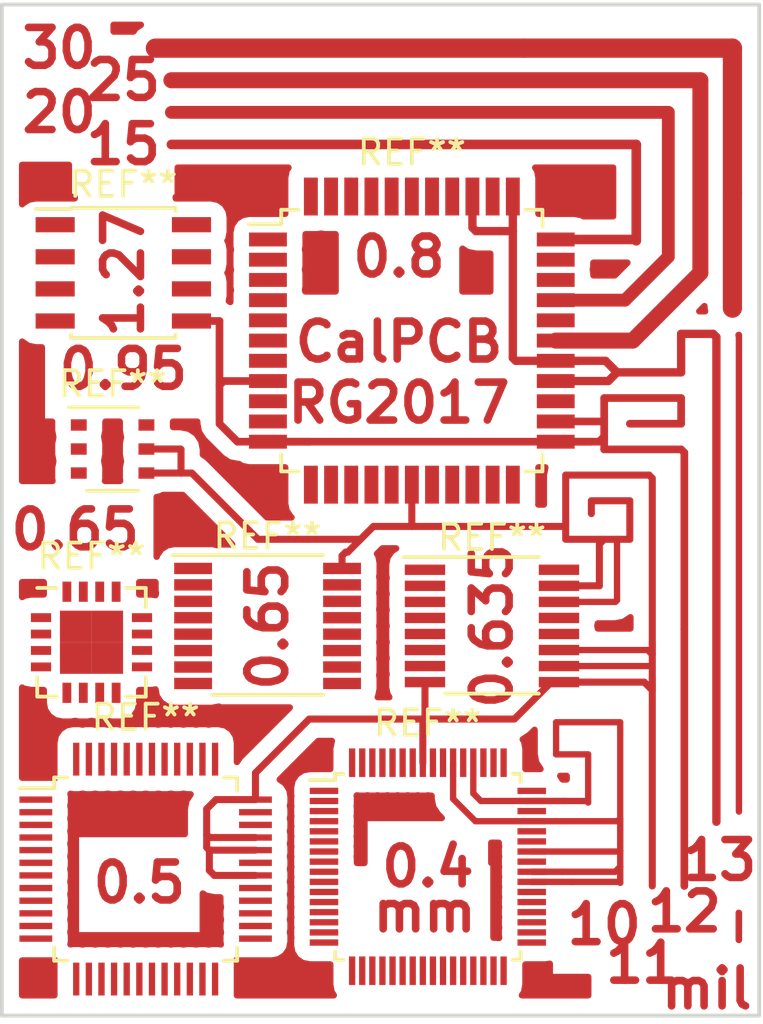
<source format=kicad_pcb>
(kicad_pcb (version 4) (host pcbnew 4.0.4-stable)

  (general
    (links 0)
    (no_connects 0)
    (area 125.924999 83.924999 156.075001 124.075001)
    (thickness 1.6)
    (drawings 23)
    (tracks 149)
    (zones 0)
    (modules 8)
    (nets 1)
  )

  (page A4)
  (layers
    (0 F.Cu signal)
    (31 B.Cu signal)
    (32 B.Adhes user)
    (33 F.Adhes user)
    (34 B.Paste user)
    (35 F.Paste user)
    (36 B.SilkS user)
    (37 F.SilkS user)
    (38 B.Mask user)
    (39 F.Mask user)
    (40 Dwgs.User user)
    (41 Cmts.User user)
    (42 Eco1.User user)
    (43 Eco2.User user)
    (44 Edge.Cuts user)
    (45 Margin user)
    (46 B.CrtYd user)
    (47 F.CrtYd user)
    (48 B.Fab user)
    (49 F.Fab user)
  )

  (setup
    (last_trace_width 0.25)
    (trace_clearance 0.2)
    (zone_clearance 0.6)
    (zone_45_only no)
    (trace_min 0.2)
    (segment_width 0.2)
    (edge_width 0.15)
    (via_size 0.6)
    (via_drill 0.4)
    (via_min_size 0.4)
    (via_min_drill 0.3)
    (uvia_size 0.3)
    (uvia_drill 0.1)
    (uvias_allowed no)
    (uvia_min_size 0.2)
    (uvia_min_drill 0.1)
    (pcb_text_width 0.3)
    (pcb_text_size 1.5 1.5)
    (mod_edge_width 0.15)
    (mod_text_size 1 1)
    (mod_text_width 0.15)
    (pad_size 0.85 1.3)
    (pad_drill 0)
    (pad_to_mask_clearance 0.2)
    (aux_axis_origin 0 0)
    (visible_elements 7FFFFF7F)
    (pcbplotparams
      (layerselection 0x00030_80000001)
      (usegerberextensions false)
      (excludeedgelayer true)
      (linewidth 0.100000)
      (plotframeref false)
      (viasonmask false)
      (mode 1)
      (useauxorigin false)
      (hpglpennumber 1)
      (hpglpenspeed 20)
      (hpglpendiameter 15)
      (hpglpenoverlay 2)
      (psnegative false)
      (psa4output false)
      (plotreference true)
      (plotvalue true)
      (plotinvisibletext false)
      (padsonsilk false)
      (subtractmaskfromsilk false)
      (outputformat 1)
      (mirror false)
      (drillshape 1)
      (scaleselection 1)
      (outputdirectory ""))
  )

  (net 0 "")

  (net_class Default "This is the default net class."
    (clearance 0.2)
    (trace_width 0.25)
    (via_dia 0.6)
    (via_drill 0.4)
    (uvia_dia 0.3)
    (uvia_drill 0.1)
  )

  (module Housings_QFP:TQFP-64_7x7mm_Pitch0.4mm (layer F.Cu) (tedit 58D2EFA3) (tstamp 58DF674A)
    (at 142.875 118.11)
    (descr "TQFP64 7x7, 0.4P CASE 932BH (see ON Semiconductor 932BH.PDF)")
    (tags "QFP 0.4")
    (attr smd)
    (fp_text reference REF** (at 0 -5.68) (layer F.SilkS)
      (effects (font (size 1 1) (thickness 0.15)))
    )
    (fp_text value TQFP-64_7x7mm_Pitch0.4mm (at 0 5.68) (layer F.Fab) hide
      (effects (font (size 1 1) (thickness 0.15)))
    )
    (fp_text user %R (at 0 0) (layer F.Fab)
      (effects (font (size 1 1) (thickness 0.15)))
    )
    (fp_line (start -2.5 -3.5) (end 3.5 -3.5) (layer F.Fab) (width 0.15))
    (fp_line (start 3.5 -3.5) (end 3.5 3.5) (layer F.Fab) (width 0.15))
    (fp_line (start 3.5 3.5) (end -3.5 3.5) (layer F.Fab) (width 0.15))
    (fp_line (start -3.5 3.5) (end -3.5 -2.5) (layer F.Fab) (width 0.15))
    (fp_line (start -3.5 -2.5) (end -2.5 -3.5) (layer F.Fab) (width 0.15))
    (fp_line (start -4.95 -4.95) (end -4.95 4.95) (layer F.CrtYd) (width 0.05))
    (fp_line (start 4.95 -4.95) (end 4.95 4.95) (layer F.CrtYd) (width 0.05))
    (fp_line (start -4.95 -4.95) (end 4.95 -4.95) (layer F.CrtYd) (width 0.05))
    (fp_line (start -4.95 4.95) (end 4.95 4.95) (layer F.CrtYd) (width 0.05))
    (fp_line (start -3.675 -3.675) (end -3.675 -3.425) (layer F.SilkS) (width 0.15))
    (fp_line (start 3.675 -3.675) (end 3.675 -3.35) (layer F.SilkS) (width 0.15))
    (fp_line (start 3.675 3.675) (end 3.675 3.35) (layer F.SilkS) (width 0.15))
    (fp_line (start -3.675 3.675) (end -3.675 3.35) (layer F.SilkS) (width 0.15))
    (fp_line (start -3.675 -3.675) (end -3.35 -3.675) (layer F.SilkS) (width 0.15))
    (fp_line (start -3.675 3.675) (end -3.35 3.675) (layer F.SilkS) (width 0.15))
    (fp_line (start 3.675 3.675) (end 3.35 3.675) (layer F.SilkS) (width 0.15))
    (fp_line (start 3.675 -3.675) (end 3.35 -3.675) (layer F.SilkS) (width 0.15))
    (fp_line (start -3.675 -3.425) (end -4.68 -3.425) (layer F.SilkS) (width 0.15))
    (pad 1 smd rect (at -4.115 -3) (size 1.13 0.25) (layers F.Cu F.Paste F.Mask))
    (pad 2 smd rect (at -4.115 -2.6) (size 1.13 0.25) (layers F.Cu F.Paste F.Mask))
    (pad 3 smd rect (at -4.115 -2.2) (size 1.13 0.25) (layers F.Cu F.Paste F.Mask))
    (pad 4 smd rect (at -4.115 -1.8) (size 1.13 0.25) (layers F.Cu F.Paste F.Mask))
    (pad 5 smd rect (at -4.115 -1.4) (size 1.13 0.25) (layers F.Cu F.Paste F.Mask))
    (pad 6 smd rect (at -4.115 -1) (size 1.13 0.25) (layers F.Cu F.Paste F.Mask))
    (pad 7 smd rect (at -4.115 -0.6) (size 1.13 0.25) (layers F.Cu F.Paste F.Mask))
    (pad 8 smd rect (at -4.115 -0.2) (size 1.13 0.25) (layers F.Cu F.Paste F.Mask))
    (pad 9 smd rect (at -4.115 0.2) (size 1.13 0.25) (layers F.Cu F.Paste F.Mask))
    (pad 10 smd rect (at -4.115 0.6) (size 1.13 0.25) (layers F.Cu F.Paste F.Mask))
    (pad 11 smd rect (at -4.115 1) (size 1.13 0.25) (layers F.Cu F.Paste F.Mask))
    (pad 12 smd rect (at -4.115 1.4) (size 1.13 0.25) (layers F.Cu F.Paste F.Mask))
    (pad 13 smd rect (at -4.115 1.8) (size 1.13 0.25) (layers F.Cu F.Paste F.Mask))
    (pad 14 smd rect (at -4.115 2.2) (size 1.13 0.25) (layers F.Cu F.Paste F.Mask))
    (pad 15 smd rect (at -4.115 2.6) (size 1.13 0.25) (layers F.Cu F.Paste F.Mask))
    (pad 16 smd rect (at -4.115 3) (size 1.13 0.25) (layers F.Cu F.Paste F.Mask))
    (pad 17 smd rect (at -3 4.115 90) (size 1.13 0.25) (layers F.Cu F.Paste F.Mask))
    (pad 18 smd rect (at -2.6 4.115 90) (size 1.13 0.25) (layers F.Cu F.Paste F.Mask))
    (pad 19 smd rect (at -2.2 4.115 90) (size 1.13 0.25) (layers F.Cu F.Paste F.Mask))
    (pad 20 smd rect (at -1.8 4.115 90) (size 1.13 0.25) (layers F.Cu F.Paste F.Mask))
    (pad 21 smd rect (at -1.4 4.115 90) (size 1.13 0.25) (layers F.Cu F.Paste F.Mask))
    (pad 22 smd rect (at -1 4.115 90) (size 1.13 0.25) (layers F.Cu F.Paste F.Mask))
    (pad 23 smd rect (at -0.6 4.115 90) (size 1.13 0.25) (layers F.Cu F.Paste F.Mask))
    (pad 24 smd rect (at -0.2 4.115 90) (size 1.13 0.25) (layers F.Cu F.Paste F.Mask))
    (pad 25 smd rect (at 0.2 4.115 90) (size 1.13 0.25) (layers F.Cu F.Paste F.Mask))
    (pad 26 smd rect (at 0.6 4.115 90) (size 1.13 0.25) (layers F.Cu F.Paste F.Mask))
    (pad 27 smd rect (at 1 4.115 90) (size 1.13 0.25) (layers F.Cu F.Paste F.Mask))
    (pad 28 smd rect (at 1.4 4.115 90) (size 1.13 0.25) (layers F.Cu F.Paste F.Mask))
    (pad 29 smd rect (at 1.8 4.115 90) (size 1.13 0.25) (layers F.Cu F.Paste F.Mask))
    (pad 30 smd rect (at 2.2 4.115 90) (size 1.13 0.25) (layers F.Cu F.Paste F.Mask))
    (pad 31 smd rect (at 2.6 4.115 90) (size 1.13 0.25) (layers F.Cu F.Paste F.Mask))
    (pad 32 smd rect (at 3 4.115 90) (size 1.13 0.25) (layers F.Cu F.Paste F.Mask))
    (pad 33 smd rect (at 4.115 3) (size 1.13 0.25) (layers F.Cu F.Paste F.Mask))
    (pad 34 smd rect (at 4.115 2.6) (size 1.13 0.25) (layers F.Cu F.Paste F.Mask))
    (pad 35 smd rect (at 4.115 2.2) (size 1.13 0.25) (layers F.Cu F.Paste F.Mask))
    (pad 36 smd rect (at 4.115 1.8) (size 1.13 0.25) (layers F.Cu F.Paste F.Mask))
    (pad 37 smd rect (at 4.115 1.4) (size 1.13 0.25) (layers F.Cu F.Paste F.Mask))
    (pad 38 smd rect (at 4.115 1) (size 1.13 0.25) (layers F.Cu F.Paste F.Mask))
    (pad 39 smd rect (at 4.115 0.6) (size 1.13 0.25) (layers F.Cu F.Paste F.Mask))
    (pad 40 smd rect (at 4.115 0.2) (size 1.13 0.25) (layers F.Cu F.Paste F.Mask))
    (pad 41 smd rect (at 4.115 -0.2) (size 1.13 0.25) (layers F.Cu F.Paste F.Mask))
    (pad 42 smd rect (at 4.115 -0.6) (size 1.13 0.25) (layers F.Cu F.Paste F.Mask))
    (pad 43 smd rect (at 4.115 -1) (size 1.13 0.25) (layers F.Cu F.Paste F.Mask))
    (pad 44 smd rect (at 4.115 -1.4) (size 1.13 0.25) (layers F.Cu F.Paste F.Mask))
    (pad 45 smd rect (at 4.115 -1.8) (size 1.13 0.25) (layers F.Cu F.Paste F.Mask))
    (pad 46 smd rect (at 4.115 -2.2) (size 1.13 0.25) (layers F.Cu F.Paste F.Mask))
    (pad 47 smd rect (at 4.115 -2.6) (size 1.13 0.25) (layers F.Cu F.Paste F.Mask))
    (pad 48 smd rect (at 4.115 -3) (size 1.13 0.25) (layers F.Cu F.Paste F.Mask))
    (pad 49 smd rect (at 3 -4.115 90) (size 1.13 0.25) (layers F.Cu F.Paste F.Mask))
    (pad 50 smd rect (at 2.6 -4.115 90) (size 1.13 0.25) (layers F.Cu F.Paste F.Mask))
    (pad 51 smd rect (at 2.2 -4.115 90) (size 1.13 0.25) (layers F.Cu F.Paste F.Mask))
    (pad 52 smd rect (at 1.8 -4.115 90) (size 1.13 0.25) (layers F.Cu F.Paste F.Mask))
    (pad 53 smd rect (at 1.4 -4.115 90) (size 1.13 0.25) (layers F.Cu F.Paste F.Mask))
    (pad 54 smd rect (at 1 -4.115 90) (size 1.13 0.25) (layers F.Cu F.Paste F.Mask))
    (pad 55 smd rect (at 0.6 -4.115 90) (size 1.13 0.25) (layers F.Cu F.Paste F.Mask))
    (pad 56 smd rect (at 0.2 -4.115 90) (size 1.13 0.25) (layers F.Cu F.Paste F.Mask))
    (pad 57 smd rect (at -0.2 -4.115 90) (size 1.13 0.25) (layers F.Cu F.Paste F.Mask))
    (pad 58 smd rect (at -0.6 -4.115 90) (size 1.13 0.25) (layers F.Cu F.Paste F.Mask))
    (pad 59 smd rect (at -1 -4.115 90) (size 1.13 0.25) (layers F.Cu F.Paste F.Mask))
    (pad 60 smd rect (at -1.4 -4.115 90) (size 1.13 0.25) (layers F.Cu F.Paste F.Mask))
    (pad 61 smd rect (at -1.8 -4.115 90) (size 1.13 0.25) (layers F.Cu F.Paste F.Mask))
    (pad 62 smd rect (at -2.2 -4.115 90) (size 1.13 0.25) (layers F.Cu F.Paste F.Mask))
    (pad 63 smd rect (at -2.6 -4.115 90) (size 1.13 0.25) (layers F.Cu F.Paste F.Mask))
    (pad 64 smd rect (at -3 -4.115 90) (size 1.13 0.25) (layers F.Cu F.Paste F.Mask))
    (model Housings_QFP.3dshapes/TQFP-64_7x7mm_Pitch0.4mm.wrl
      (at (xyz 0 0 0))
      (scale (xyz 1 1 1))
      (rotate (xyz 0 0 0))
    )
  )

  (module Housings_DFN_QFN:DFN-6-1EP_3x3mm_Pitch0.95mm (layer F.Cu) (tedit 58D4E216) (tstamp 58DEEFC7)
    (at 130.385 101.585)
    (descr "DFN6 3*3 MM, 0.95 PITCH; CASE 506AH-01 (see ON Semiconductor 506AH.PDF)")
    (tags "DFN 0.95")
    (attr smd)
    (fp_text reference REF** (at 0 -2.575) (layer F.SilkS)
      (effects (font (size 1 1) (thickness 0.15)))
    )
    (fp_text value DFN-6-1EP_3x3mm_Pitch0.95mm (at 0 2.575) (layer F.Fab) hide
      (effects (font (size 1 1) (thickness 0.15)))
    )
    (fp_line (start -0.5 -1.5) (end 1.5 -1.5) (layer F.Fab) (width 0.15))
    (fp_line (start 1.5 -1.5) (end 1.5 1.5) (layer F.Fab) (width 0.15))
    (fp_line (start 1.5 1.5) (end -1.5 1.5) (layer F.Fab) (width 0.15))
    (fp_line (start -1.5 1.5) (end -1.5 -0.5) (layer F.Fab) (width 0.15))
    (fp_line (start -1.5 -0.5) (end -0.5 -1.5) (layer F.Fab) (width 0.15))
    (fp_line (start -1.9 -1.85) (end -1.9 1.85) (layer F.CrtYd) (width 0.05))
    (fp_line (start 1.9 -1.85) (end 1.9 1.85) (layer F.CrtYd) (width 0.05))
    (fp_line (start -1.9 -1.85) (end 1.9 -1.85) (layer F.CrtYd) (width 0.05))
    (fp_line (start -1.9 1.85) (end 1.9 1.85) (layer F.CrtYd) (width 0.05))
    (fp_line (start -1.025 1.65) (end 1.025 1.65) (layer F.SilkS) (width 0.15))
    (fp_line (start -1.73 -1.65) (end 1.025 -1.65) (layer F.SilkS) (width 0.15))
    (pad 1 smd rect (at -1.34 -0.95) (size 0.63 0.45) (layers F.Cu F.Paste F.Mask))
    (pad 2 smd rect (at -1.34 0) (size 0.63 0.45) (layers F.Cu F.Paste F.Mask))
    (pad 3 smd rect (at -1.34 0.95) (size 0.63 0.45) (layers F.Cu F.Paste F.Mask))
    (pad 4 smd rect (at 1.34 0.95) (size 0.63 0.45) (layers F.Cu F.Paste F.Mask))
    (pad 5 smd rect (at 1.34 0) (size 0.63 0.45) (layers F.Cu F.Paste F.Mask))
    (pad 6 smd rect (at 1.34 -0.95) (size 0.63 0.45) (layers F.Cu F.Paste F.Mask))
    (pad 7 smd rect (at 0.425 0.65) (size 0.85 1.3) (layers F.Mask)
      (solder_paste_margin_ratio -0.2))
    (pad 7 smd rect (at 0.425 -0.65) (size 0.85 1.3) (layers F.Mask)
      (solder_paste_margin_ratio -0.2))
    (pad 7 smd rect (at -0.425 0.65) (size 0.85 1.3) (layers F.Mask)
      (solder_paste_margin_ratio -0.2))
    (pad 7 smd rect (at -0.425 -0.65) (size 0.85 1.3) (layers F.Mask)
      (solder_paste_margin_ratio -0.2))
    (model Housings_DFN_QFN.3dshapes/DFN-6-1EP_3x3mm_Pitch0.95mm.wrl
      (at (xyz 0 0 0))
      (scale (xyz 1 1 1))
      (rotate (xyz 0 0 0))
    )
  )

  (module Housings_SOIC:SOIC-8_3.9x4.9mm_Pitch1.27mm (layer F.Cu) (tedit 58D2EF01) (tstamp 58DEA87F)
    (at 130.81 94.615)
    (descr "8-Lead Plastic Small Outline (SN) - Narrow, 3.90 mm Body [SOIC] (see Microchip Packaging Specification 00000049BS.pdf)")
    (tags "SOIC 1.27")
    (attr smd)
    (fp_text reference REF** (at 0 -3.5) (layer F.SilkS)
      (effects (font (size 1 1) (thickness 0.15)))
    )
    (fp_text value SOIC-8_3.9x4.9mm_Pitch1.27mm (at 0 3.5) (layer F.Fab) hide
      (effects (font (size 1 1) (thickness 0.15)))
    )
    (fp_line (start -0.95 -2.45) (end 1.95 -2.45) (layer F.Fab) (width 0.15))
    (fp_line (start 1.95 -2.45) (end 1.95 2.45) (layer F.Fab) (width 0.15))
    (fp_line (start 1.95 2.45) (end -1.95 2.45) (layer F.Fab) (width 0.15))
    (fp_line (start -1.95 2.45) (end -1.95 -1.45) (layer F.Fab) (width 0.15))
    (fp_line (start -1.95 -1.45) (end -0.95 -2.45) (layer F.Fab) (width 0.15))
    (fp_line (start -3.75 -2.75) (end -3.75 2.75) (layer F.CrtYd) (width 0.05))
    (fp_line (start 3.75 -2.75) (end 3.75 2.75) (layer F.CrtYd) (width 0.05))
    (fp_line (start -3.75 -2.75) (end 3.75 -2.75) (layer F.CrtYd) (width 0.05))
    (fp_line (start -3.75 2.75) (end 3.75 2.75) (layer F.CrtYd) (width 0.05))
    (fp_line (start -2.075 -2.575) (end -2.075 -2.525) (layer F.SilkS) (width 0.15))
    (fp_line (start 2.075 -2.575) (end 2.075 -2.43) (layer F.SilkS) (width 0.15))
    (fp_line (start 2.075 2.575) (end 2.075 2.43) (layer F.SilkS) (width 0.15))
    (fp_line (start -2.075 2.575) (end -2.075 2.43) (layer F.SilkS) (width 0.15))
    (fp_line (start -2.075 -2.575) (end 2.075 -2.575) (layer F.SilkS) (width 0.15))
    (fp_line (start -2.075 2.575) (end 2.075 2.575) (layer F.SilkS) (width 0.15))
    (fp_line (start -2.075 -2.525) (end -3.475 -2.525) (layer F.SilkS) (width 0.15))
    (pad 1 smd rect (at -2.7 -1.905) (size 1.55 0.6) (layers F.Cu F.Paste F.Mask))
    (pad 2 smd rect (at -2.7 -0.635) (size 1.55 0.6) (layers F.Cu F.Paste F.Mask))
    (pad 3 smd rect (at -2.7 0.635) (size 1.55 0.6) (layers F.Cu F.Paste F.Mask))
    (pad 4 smd rect (at -2.7 1.905) (size 1.55 0.6) (layers F.Cu F.Paste F.Mask))
    (pad 5 smd rect (at 2.7 1.905) (size 1.55 0.6) (layers F.Cu F.Paste F.Mask))
    (pad 6 smd rect (at 2.7 0.635) (size 1.55 0.6) (layers F.Cu F.Paste F.Mask))
    (pad 7 smd rect (at 2.7 -0.635) (size 1.55 0.6) (layers F.Cu F.Paste F.Mask))
    (pad 8 smd rect (at 2.7 -1.905) (size 1.55 0.6) (layers F.Cu F.Paste F.Mask))
    (model Housings_SOIC.3dshapes/SOIC-8_3.9x4.9mm_Pitch1.27mm.wrl
      (at (xyz 0 0 0))
      (scale (xyz 1 1 1))
      (rotate (xyz 0 0 0))
    )
  )

  (module Housings_QFP:TQFP-44_10x10mm_Pitch0.8mm (layer F.Cu) (tedit 58D2EF2C) (tstamp 58DECC6C)
    (at 142.24 97.295)
    (descr "44-Lead Plastic Thin Quad Flatpack (PT) - 10x10x1.0 mm Body [TQFP] (see Microchip Packaging Specification 00000049BS.pdf)")
    (tags "QFP 0.8")
    (attr smd)
    (fp_text reference REF** (at 0 -7.45) (layer F.SilkS)
      (effects (font (size 1 1) (thickness 0.15)))
    )
    (fp_text value TQFP-44_10x10mm_Pitch0.8mm (at 0 7.45) (layer F.Fab) hide
      (effects (font (size 1 1) (thickness 0.15)))
    )
    (fp_text user %R (at 0 0) (layer F.Fab)
      (effects (font (size 1 1) (thickness 0.15)))
    )
    (fp_line (start -4 -5) (end 5 -5) (layer F.Fab) (width 0.15))
    (fp_line (start 5 -5) (end 5 5) (layer F.Fab) (width 0.15))
    (fp_line (start 5 5) (end -5 5) (layer F.Fab) (width 0.15))
    (fp_line (start -5 5) (end -5 -4) (layer F.Fab) (width 0.15))
    (fp_line (start -5 -4) (end -4 -5) (layer F.Fab) (width 0.15))
    (fp_line (start -6.7 -6.7) (end -6.7 6.7) (layer F.CrtYd) (width 0.05))
    (fp_line (start 6.7 -6.7) (end 6.7 6.7) (layer F.CrtYd) (width 0.05))
    (fp_line (start -6.7 -6.7) (end 6.7 -6.7) (layer F.CrtYd) (width 0.05))
    (fp_line (start -6.7 6.7) (end 6.7 6.7) (layer F.CrtYd) (width 0.05))
    (fp_line (start -5.175 -5.175) (end -5.175 -4.6) (layer F.SilkS) (width 0.15))
    (fp_line (start 5.175 -5.175) (end 5.175 -4.5) (layer F.SilkS) (width 0.15))
    (fp_line (start 5.175 5.175) (end 5.175 4.5) (layer F.SilkS) (width 0.15))
    (fp_line (start -5.175 5.175) (end -5.175 4.5) (layer F.SilkS) (width 0.15))
    (fp_line (start -5.175 -5.175) (end -4.5 -5.175) (layer F.SilkS) (width 0.15))
    (fp_line (start -5.175 5.175) (end -4.5 5.175) (layer F.SilkS) (width 0.15))
    (fp_line (start 5.175 5.175) (end 4.5 5.175) (layer F.SilkS) (width 0.15))
    (fp_line (start 5.175 -5.175) (end 4.5 -5.175) (layer F.SilkS) (width 0.15))
    (fp_line (start -5.175 -4.6) (end -6.45 -4.6) (layer F.SilkS) (width 0.15))
    (pad 1 smd rect (at -5.7 -4) (size 1.5 0.55) (layers F.Cu F.Paste F.Mask))
    (pad 2 smd rect (at -5.7 -3.2) (size 1.5 0.55) (layers F.Cu F.Paste F.Mask))
    (pad 3 smd rect (at -5.7 -2.4) (size 1.5 0.55) (layers F.Cu F.Paste F.Mask))
    (pad 4 smd rect (at -5.7 -1.6) (size 1.5 0.55) (layers F.Cu F.Paste F.Mask))
    (pad 5 smd rect (at -5.7 -0.8) (size 1.5 0.55) (layers F.Cu F.Paste F.Mask))
    (pad 6 smd rect (at -5.7 0) (size 1.5 0.55) (layers F.Cu F.Paste F.Mask))
    (pad 7 smd rect (at -5.7 0.8) (size 1.5 0.55) (layers F.Cu F.Paste F.Mask))
    (pad 8 smd rect (at -5.7 1.6) (size 1.5 0.55) (layers F.Cu F.Paste F.Mask))
    (pad 9 smd rect (at -5.7 2.4) (size 1.5 0.55) (layers F.Cu F.Paste F.Mask))
    (pad 10 smd rect (at -5.7 3.2) (size 1.5 0.55) (layers F.Cu F.Paste F.Mask))
    (pad 11 smd rect (at -5.7 4) (size 1.5 0.55) (layers F.Cu F.Paste F.Mask))
    (pad 12 smd rect (at -4 5.7 90) (size 1.5 0.55) (layers F.Cu F.Paste F.Mask))
    (pad 13 smd rect (at -3.2 5.7 90) (size 1.5 0.55) (layers F.Cu F.Paste F.Mask))
    (pad 14 smd rect (at -2.4 5.7 90) (size 1.5 0.55) (layers F.Cu F.Paste F.Mask))
    (pad 15 smd rect (at -1.6 5.7 90) (size 1.5 0.55) (layers F.Cu F.Paste F.Mask))
    (pad 16 smd rect (at -0.8 5.7 90) (size 1.5 0.55) (layers F.Cu F.Paste F.Mask))
    (pad 17 smd rect (at 0 5.7 90) (size 1.5 0.55) (layers F.Cu F.Paste F.Mask))
    (pad 18 smd rect (at 0.8 5.7 90) (size 1.5 0.55) (layers F.Cu F.Paste F.Mask))
    (pad 19 smd rect (at 1.6 5.7 90) (size 1.5 0.55) (layers F.Cu F.Paste F.Mask))
    (pad 20 smd rect (at 2.4 5.7 90) (size 1.5 0.55) (layers F.Cu F.Paste F.Mask))
    (pad 21 smd rect (at 3.2 5.7 90) (size 1.5 0.55) (layers F.Cu F.Paste F.Mask))
    (pad 22 smd rect (at 4 5.7 90) (size 1.5 0.55) (layers F.Cu F.Paste F.Mask))
    (pad 23 smd rect (at 5.7 4) (size 1.5 0.55) (layers F.Cu F.Paste F.Mask))
    (pad 24 smd rect (at 5.7 3.2) (size 1.5 0.55) (layers F.Cu F.Paste F.Mask))
    (pad 25 smd rect (at 5.7 2.4) (size 1.5 0.55) (layers F.Cu F.Paste F.Mask))
    (pad 26 smd rect (at 5.7 1.6) (size 1.5 0.55) (layers F.Cu F.Paste F.Mask))
    (pad 27 smd rect (at 5.7 0.8) (size 1.5 0.55) (layers F.Cu F.Paste F.Mask))
    (pad 28 smd rect (at 5.7 0) (size 1.5 0.55) (layers F.Cu F.Paste F.Mask))
    (pad 29 smd rect (at 5.7 -0.8) (size 1.5 0.55) (layers F.Cu F.Paste F.Mask))
    (pad 30 smd rect (at 5.7 -1.6) (size 1.5 0.55) (layers F.Cu F.Paste F.Mask))
    (pad 31 smd rect (at 5.7 -2.4) (size 1.5 0.55) (layers F.Cu F.Paste F.Mask))
    (pad 32 smd rect (at 5.7 -3.2) (size 1.5 0.55) (layers F.Cu F.Paste F.Mask))
    (pad 33 smd rect (at 5.7 -4) (size 1.5 0.55) (layers F.Cu F.Paste F.Mask))
    (pad 34 smd rect (at 4 -5.7 90) (size 1.5 0.55) (layers F.Cu F.Paste F.Mask))
    (pad 35 smd rect (at 3.2 -5.7 90) (size 1.5 0.55) (layers F.Cu F.Paste F.Mask))
    (pad 36 smd rect (at 2.4 -5.7 90) (size 1.5 0.55) (layers F.Cu F.Paste F.Mask))
    (pad 37 smd rect (at 1.6 -5.7 90) (size 1.5 0.55) (layers F.Cu F.Paste F.Mask))
    (pad 38 smd rect (at 0.8 -5.7 90) (size 1.5 0.55) (layers F.Cu F.Paste F.Mask))
    (pad 39 smd rect (at 0 -5.7 90) (size 1.5 0.55) (layers F.Cu F.Paste F.Mask))
    (pad 40 smd rect (at -0.8 -5.7 90) (size 1.5 0.55) (layers F.Cu F.Paste F.Mask))
    (pad 41 smd rect (at -1.6 -5.7 90) (size 1.5 0.55) (layers F.Cu F.Paste F.Mask))
    (pad 42 smd rect (at -2.4 -5.7 90) (size 1.5 0.55) (layers F.Cu F.Paste F.Mask))
    (pad 43 smd rect (at -3.2 -5.7 90) (size 1.5 0.55) (layers F.Cu F.Paste F.Mask))
    (pad 44 smd rect (at -4 -5.7 90) (size 1.5 0.55) (layers F.Cu F.Paste F.Mask))
    (model Housings_QFP.3dshapes/TQFP-44_10x10mm_Pitch0.8mm.wrl
      (at (xyz 0 0 0))
      (scale (xyz 1 1 1))
      (rotate (xyz 0 0 0))
    )
  )

  (module Housings_DFN_QFN:QFN-16-1EP_4x4mm_Pitch0.65mm (layer F.Cu) (tedit 58D2EF3F) (tstamp 58DF0F2D)
    (at 129.55 109.23)
    (descr "16-Lead Plastic Quad Flat, No Lead Package (ML) - 4x4x0.9 mm Body [QFN]; (see Microchip Packaging Specification 00000049BS.pdf)")
    (tags "QFN 0.65")
    (attr smd)
    (fp_text reference REF** (at 0 -3.4) (layer F.SilkS)
      (effects (font (size 1 1) (thickness 0.15)))
    )
    (fp_text value QFN-16-1EP_4x4mm_Pitch0.65mm (at 0 3.4) (layer F.Fab) hide
      (effects (font (size 1 1) (thickness 0.15)))
    )
    (fp_line (start -1 -2) (end 2 -2) (layer F.Fab) (width 0.15))
    (fp_line (start 2 -2) (end 2 2) (layer F.Fab) (width 0.15))
    (fp_line (start 2 2) (end -2 2) (layer F.Fab) (width 0.15))
    (fp_line (start -2 2) (end -2 -1) (layer F.Fab) (width 0.15))
    (fp_line (start -2 -1) (end -1 -2) (layer F.Fab) (width 0.15))
    (fp_line (start -2.65 -2.65) (end -2.65 2.65) (layer F.CrtYd) (width 0.05))
    (fp_line (start 2.65 -2.65) (end 2.65 2.65) (layer F.CrtYd) (width 0.05))
    (fp_line (start -2.65 -2.65) (end 2.65 -2.65) (layer F.CrtYd) (width 0.05))
    (fp_line (start -2.65 2.65) (end 2.65 2.65) (layer F.CrtYd) (width 0.05))
    (fp_line (start 2.15 -2.15) (end 2.15 -1.375) (layer F.SilkS) (width 0.15))
    (fp_line (start -2.15 2.15) (end -2.15 1.375) (layer F.SilkS) (width 0.15))
    (fp_line (start 2.15 2.15) (end 2.15 1.375) (layer F.SilkS) (width 0.15))
    (fp_line (start -2.15 -2.15) (end -1.375 -2.15) (layer F.SilkS) (width 0.15))
    (fp_line (start -2.15 2.15) (end -1.375 2.15) (layer F.SilkS) (width 0.15))
    (fp_line (start 2.15 2.15) (end 1.375 2.15) (layer F.SilkS) (width 0.15))
    (fp_line (start 2.15 -2.15) (end 1.375 -2.15) (layer F.SilkS) (width 0.15))
    (pad 1 smd rect (at -2 -0.975) (size 0.8 0.35) (layers F.Cu F.Paste F.Mask))
    (pad 2 smd rect (at -2 -0.325) (size 0.8 0.35) (layers F.Cu F.Paste F.Mask))
    (pad 3 smd rect (at -2 0.325) (size 0.8 0.35) (layers F.Cu F.Paste F.Mask))
    (pad 4 smd rect (at -2 0.975) (size 0.8 0.35) (layers F.Cu F.Paste F.Mask))
    (pad 5 smd rect (at -0.975 2 90) (size 0.8 0.35) (layers F.Cu F.Paste F.Mask))
    (pad 6 smd rect (at -0.325 2 90) (size 0.8 0.35) (layers F.Cu F.Paste F.Mask))
    (pad 7 smd rect (at 0.325 2 90) (size 0.8 0.35) (layers F.Cu F.Paste F.Mask))
    (pad 8 smd rect (at 0.975 2 90) (size 0.8 0.35) (layers F.Cu F.Paste F.Mask))
    (pad 9 smd rect (at 2 0.975) (size 0.8 0.35) (layers F.Cu F.Paste F.Mask))
    (pad 10 smd rect (at 2 0.325) (size 0.8 0.35) (layers F.Cu F.Paste F.Mask))
    (pad 11 smd rect (at 2 -0.325) (size 0.8 0.35) (layers F.Cu F.Paste F.Mask))
    (pad 12 smd rect (at 2 -0.975) (size 0.8 0.35) (layers F.Cu F.Paste F.Mask))
    (pad 13 smd rect (at 0.975 -2 90) (size 0.8 0.35) (layers F.Cu F.Paste F.Mask))
    (pad 14 smd rect (at 0.325 -2 90) (size 0.8 0.35) (layers F.Cu F.Paste F.Mask))
    (pad 15 smd rect (at -0.325 -2 90) (size 0.8 0.35) (layers F.Cu F.Paste F.Mask))
    (pad 16 smd rect (at -0.975 -2 90) (size 0.8 0.35) (layers F.Cu F.Paste F.Mask))
    (pad 17 smd rect (at 0.625 0.625) (size 1.25 1.25) (layers F.Cu F.Paste F.Mask)
      (solder_paste_margin_ratio -0.2))
    (pad 17 smd rect (at 0.625 -0.625) (size 1.25 1.25) (layers F.Cu F.Paste F.Mask)
      (solder_paste_margin_ratio -0.2))
    (pad 17 smd rect (at -0.625 0.625) (size 1.25 1.25) (layers F.Cu F.Paste F.Mask)
      (solder_paste_margin_ratio -0.2))
    (pad 17 smd rect (at -0.625 -0.625) (size 1.25 1.25) (layers F.Cu F.Paste F.Mask)
      (solder_paste_margin_ratio -0.2))
    (model Housings_DFN_QFN.3dshapes/QFN-16-1EP_4x4mm_Pitch0.65mm.wrl
      (at (xyz 0 0 0))
      (scale (xyz 1 1 1))
      (rotate (xyz 0 0 0))
    )
  )

  (module Housings_SSOP:TSSOP-16_4.4x5mm_Pitch0.65mm (layer F.Cu) (tedit 58D2EF6A) (tstamp 58DF2742)
    (at 136.525 108.585)
    (descr "16-Lead Plastic Thin Shrink Small Outline (ST)-4.4 mm Body [TSSOP] (see Microchip Packaging Specification 00000049BS.pdf)")
    (tags "SSOP 0.65")
    (attr smd)
    (fp_text reference REF** (at 0 -3.55) (layer F.SilkS)
      (effects (font (size 1 1) (thickness 0.15)))
    )
    (fp_text value TSSOP-16_4.4x5mm_Pitch0.65mm (at 0 3.55) (layer F.Fab) hide
      (effects (font (size 1 1) (thickness 0.15)))
    )
    (fp_line (start -1.2 -2.5) (end 2.2 -2.5) (layer F.Fab) (width 0.15))
    (fp_line (start 2.2 -2.5) (end 2.2 2.5) (layer F.Fab) (width 0.15))
    (fp_line (start 2.2 2.5) (end -2.2 2.5) (layer F.Fab) (width 0.15))
    (fp_line (start -2.2 2.5) (end -2.2 -1.5) (layer F.Fab) (width 0.15))
    (fp_line (start -2.2 -1.5) (end -1.2 -2.5) (layer F.Fab) (width 0.15))
    (fp_line (start -3.95 -2.9) (end -3.95 2.8) (layer F.CrtYd) (width 0.05))
    (fp_line (start 3.95 -2.9) (end 3.95 2.8) (layer F.CrtYd) (width 0.05))
    (fp_line (start -3.95 -2.9) (end 3.95 -2.9) (layer F.CrtYd) (width 0.05))
    (fp_line (start -3.95 2.8) (end 3.95 2.8) (layer F.CrtYd) (width 0.05))
    (fp_line (start -2.2 2.725) (end 2.2 2.725) (layer F.SilkS) (width 0.15))
    (fp_line (start -3.775 -2.8) (end 2.2 -2.8) (layer F.SilkS) (width 0.15))
    (pad 1 smd rect (at -2.95 -2.275) (size 1.5 0.45) (layers F.Cu F.Paste F.Mask))
    (pad 2 smd rect (at -2.95 -1.625) (size 1.5 0.45) (layers F.Cu F.Paste F.Mask))
    (pad 3 smd rect (at -2.95 -0.975) (size 1.5 0.45) (layers F.Cu F.Paste F.Mask))
    (pad 4 smd rect (at -2.95 -0.325) (size 1.5 0.45) (layers F.Cu F.Paste F.Mask))
    (pad 5 smd rect (at -2.95 0.325) (size 1.5 0.45) (layers F.Cu F.Paste F.Mask))
    (pad 6 smd rect (at -2.95 0.975) (size 1.5 0.45) (layers F.Cu F.Paste F.Mask))
    (pad 7 smd rect (at -2.95 1.625) (size 1.5 0.45) (layers F.Cu F.Paste F.Mask))
    (pad 8 smd rect (at -2.95 2.275) (size 1.5 0.45) (layers F.Cu F.Paste F.Mask))
    (pad 9 smd rect (at 2.95 2.275) (size 1.5 0.45) (layers F.Cu F.Paste F.Mask))
    (pad 10 smd rect (at 2.95 1.625) (size 1.5 0.45) (layers F.Cu F.Paste F.Mask))
    (pad 11 smd rect (at 2.95 0.975) (size 1.5 0.45) (layers F.Cu F.Paste F.Mask))
    (pad 12 smd rect (at 2.95 0.325) (size 1.5 0.45) (layers F.Cu F.Paste F.Mask))
    (pad 13 smd rect (at 2.95 -0.325) (size 1.5 0.45) (layers F.Cu F.Paste F.Mask))
    (pad 14 smd rect (at 2.95 -0.975) (size 1.5 0.45) (layers F.Cu F.Paste F.Mask))
    (pad 15 smd rect (at 2.95 -1.625) (size 1.5 0.45) (layers F.Cu F.Paste F.Mask))
    (pad 16 smd rect (at 2.95 -2.275) (size 1.5 0.45) (layers F.Cu F.Paste F.Mask))
    (model Housings_SSOP.3dshapes/TSSOP-16_4.4x5mm_Pitch0.65mm.wrl
      (at (xyz 0 0 0))
      (scale (xyz 1 1 1))
      (rotate (xyz 0 0 0))
    )
  )

  (module Housings_SSOP:QSOP-16_3.9x4.9mm_Pitch0.635mm (layer F.Cu) (tedit 58D2EF83) (tstamp 58DF3066)
    (at 145.415 108.585)
    (descr "16-Lead Plastic Shrink Small Outline Narrow Body (QR)-.150\" Body [QSOP] (see Microchip Packaging Specification 00000049BS.pdf)")
    (tags "SSOP 0.635")
    (attr smd)
    (fp_text reference REF** (at 0 -3.5) (layer F.SilkS)
      (effects (font (size 1 1) (thickness 0.15)))
    )
    (fp_text value QSOP-16_3.9x4.9mm_Pitch0.635mm (at 0 3.5) (layer F.Fab) hide
      (effects (font (size 1 1) (thickness 0.15)))
    )
    (fp_line (start -0.95 -2.45) (end 1.95 -2.45) (layer F.Fab) (width 0.15))
    (fp_line (start 1.95 -2.45) (end 1.95 2.45) (layer F.Fab) (width 0.15))
    (fp_line (start 1.95 2.45) (end -1.95 2.45) (layer F.Fab) (width 0.15))
    (fp_line (start -1.95 2.45) (end -1.95 -1.45) (layer F.Fab) (width 0.15))
    (fp_line (start -1.95 -1.45) (end -0.95 -2.45) (layer F.Fab) (width 0.15))
    (fp_line (start -3.7 -2.85) (end -3.7 2.8) (layer F.CrtYd) (width 0.05))
    (fp_line (start 3.7 -2.85) (end 3.7 2.8) (layer F.CrtYd) (width 0.05))
    (fp_line (start -3.7 -2.85) (end 3.7 -2.85) (layer F.CrtYd) (width 0.05))
    (fp_line (start -3.7 2.8) (end 3.7 2.8) (layer F.CrtYd) (width 0.05))
    (fp_line (start -1.8543 2.675) (end 1.8543 2.675) (layer F.SilkS) (width 0.15))
    (fp_line (start -3.525 -2.725) (end 1.8586 -2.725) (layer F.SilkS) (width 0.15))
    (pad 1 smd rect (at -2.6543 -2.2225) (size 1.6 0.41) (layers F.Cu F.Paste F.Mask))
    (pad 2 smd rect (at -2.6543 -1.5875) (size 1.6 0.41) (layers F.Cu F.Paste F.Mask))
    (pad 3 smd rect (at -2.6543 -0.9525) (size 1.6 0.41) (layers F.Cu F.Paste F.Mask))
    (pad 4 smd rect (at -2.6543 -0.3175) (size 1.6 0.41) (layers F.Cu F.Paste F.Mask))
    (pad 5 smd rect (at -2.6543 0.3175) (size 1.6 0.41) (layers F.Cu F.Paste F.Mask))
    (pad 6 smd rect (at -2.6543 0.9525) (size 1.6 0.41) (layers F.Cu F.Paste F.Mask))
    (pad 7 smd rect (at -2.6543 1.5875) (size 1.6 0.41) (layers F.Cu F.Paste F.Mask))
    (pad 8 smd rect (at -2.6543 2.2225) (size 1.6 0.41) (layers F.Cu F.Paste F.Mask))
    (pad 9 smd rect (at 2.6543 2.2225) (size 1.6 0.41) (layers F.Cu F.Paste F.Mask))
    (pad 10 smd rect (at 2.6543 1.5875) (size 1.6 0.41) (layers F.Cu F.Paste F.Mask))
    (pad 11 smd rect (at 2.6543 0.9525) (size 1.6 0.41) (layers F.Cu F.Paste F.Mask))
    (pad 12 smd rect (at 2.6543 0.3175) (size 1.6 0.41) (layers F.Cu F.Paste F.Mask))
    (pad 13 smd rect (at 2.6543 -0.3175) (size 1.6 0.41) (layers F.Cu F.Paste F.Mask))
    (pad 14 smd rect (at 2.6543 -0.9525) (size 1.6 0.41) (layers F.Cu F.Paste F.Mask))
    (pad 15 smd rect (at 2.6543 -1.5875) (size 1.6 0.41) (layers F.Cu F.Paste F.Mask))
    (pad 16 smd rect (at 2.6543 -2.2225) (size 1.6 0.41) (layers F.Cu F.Paste F.Mask))
    (model Housings_SSOP.3dshapes/QSOP-16_3.9x4.9mm_Pitch0.635mm.wrl
      (at (xyz 0 0 0))
      (scale (xyz 1 1 1))
      (rotate (xyz 0 0 0))
    )
  )

  (module Housings_QFP:TQFP-48_7x7mm_Pitch0.5mm (layer F.Cu) (tedit 58D2EF98) (tstamp 58DF5215)
    (at 131.695 118.205)
    (descr "48 LEAD TQFP 7x7mm (see MICREL TQFP7x7-48LD-PL-1.pdf)")
    (tags "QFP 0.5")
    (attr smd)
    (fp_text reference REF** (at 0 -6) (layer F.SilkS)
      (effects (font (size 1 1) (thickness 0.15)))
    )
    (fp_text value TQFP-48_7x7mm_Pitch0.5mm (at 0 6) (layer F.Fab) hide
      (effects (font (size 1 1) (thickness 0.15)))
    )
    (fp_text user %R (at 0 0) (layer F.Fab)
      (effects (font (size 1 1) (thickness 0.15)))
    )
    (fp_line (start -2.5 -3.5) (end 3.5 -3.5) (layer F.Fab) (width 0.15))
    (fp_line (start 3.5 -3.5) (end 3.5 3.5) (layer F.Fab) (width 0.15))
    (fp_line (start 3.5 3.5) (end -3.5 3.5) (layer F.Fab) (width 0.15))
    (fp_line (start -3.5 3.5) (end -3.5 -2.5) (layer F.Fab) (width 0.15))
    (fp_line (start -3.5 -2.5) (end -2.5 -3.5) (layer F.Fab) (width 0.15))
    (fp_line (start -5.25 -5.25) (end -5.25 5.25) (layer F.CrtYd) (width 0.05))
    (fp_line (start 5.25 -5.25) (end 5.25 5.25) (layer F.CrtYd) (width 0.05))
    (fp_line (start -5.25 -5.25) (end 5.25 -5.25) (layer F.CrtYd) (width 0.05))
    (fp_line (start -5.25 5.25) (end 5.25 5.25) (layer F.CrtYd) (width 0.05))
    (fp_line (start -3.625 -3.625) (end -3.625 -3.2) (layer F.SilkS) (width 0.15))
    (fp_line (start 3.625 -3.625) (end 3.625 -3.1) (layer F.SilkS) (width 0.15))
    (fp_line (start 3.625 3.625) (end 3.625 3.1) (layer F.SilkS) (width 0.15))
    (fp_line (start -3.625 3.625) (end -3.625 3.1) (layer F.SilkS) (width 0.15))
    (fp_line (start -3.625 -3.625) (end -3.1 -3.625) (layer F.SilkS) (width 0.15))
    (fp_line (start -3.625 3.625) (end -3.1 3.625) (layer F.SilkS) (width 0.15))
    (fp_line (start 3.625 3.625) (end 3.1 3.625) (layer F.SilkS) (width 0.15))
    (fp_line (start 3.625 -3.625) (end 3.1 -3.625) (layer F.SilkS) (width 0.15))
    (fp_line (start -3.625 -3.2) (end -5 -3.2) (layer F.SilkS) (width 0.15))
    (pad 1 smd rect (at -4.35 -2.75) (size 1.3 0.25) (layers F.Cu F.Paste F.Mask))
    (pad 2 smd rect (at -4.35 -2.25) (size 1.3 0.25) (layers F.Cu F.Paste F.Mask))
    (pad 3 smd rect (at -4.35 -1.75) (size 1.3 0.25) (layers F.Cu F.Paste F.Mask))
    (pad 4 smd rect (at -4.35 -1.25) (size 1.3 0.25) (layers F.Cu F.Paste F.Mask))
    (pad 5 smd rect (at -4.35 -0.75) (size 1.3 0.25) (layers F.Cu F.Paste F.Mask))
    (pad 6 smd rect (at -4.35 -0.25) (size 1.3 0.25) (layers F.Cu F.Paste F.Mask))
    (pad 7 smd rect (at -4.35 0.25) (size 1.3 0.25) (layers F.Cu F.Paste F.Mask))
    (pad 8 smd rect (at -4.35 0.75) (size 1.3 0.25) (layers F.Cu F.Paste F.Mask))
    (pad 9 smd rect (at -4.35 1.25) (size 1.3 0.25) (layers F.Cu F.Paste F.Mask))
    (pad 10 smd rect (at -4.35 1.75) (size 1.3 0.25) (layers F.Cu F.Paste F.Mask))
    (pad 11 smd rect (at -4.35 2.25) (size 1.3 0.25) (layers F.Cu F.Paste F.Mask))
    (pad 12 smd rect (at -4.35 2.75) (size 1.3 0.25) (layers F.Cu F.Paste F.Mask))
    (pad 13 smd rect (at -2.75 4.35 90) (size 1.3 0.25) (layers F.Cu F.Paste F.Mask))
    (pad 14 smd rect (at -2.25 4.35 90) (size 1.3 0.25) (layers F.Cu F.Paste F.Mask))
    (pad 15 smd rect (at -1.75 4.35 90) (size 1.3 0.25) (layers F.Cu F.Paste F.Mask))
    (pad 16 smd rect (at -1.25 4.35 90) (size 1.3 0.25) (layers F.Cu F.Paste F.Mask))
    (pad 17 smd rect (at -0.75 4.35 90) (size 1.3 0.25) (layers F.Cu F.Paste F.Mask))
    (pad 18 smd rect (at -0.25 4.35 90) (size 1.3 0.25) (layers F.Cu F.Paste F.Mask))
    (pad 19 smd rect (at 0.25 4.35 90) (size 1.3 0.25) (layers F.Cu F.Paste F.Mask))
    (pad 20 smd rect (at 0.75 4.35 90) (size 1.3 0.25) (layers F.Cu F.Paste F.Mask))
    (pad 21 smd rect (at 1.25 4.35 90) (size 1.3 0.25) (layers F.Cu F.Paste F.Mask))
    (pad 22 smd rect (at 1.75 4.35 90) (size 1.3 0.25) (layers F.Cu F.Paste F.Mask))
    (pad 23 smd rect (at 2.25 4.35 90) (size 1.3 0.25) (layers F.Cu F.Paste F.Mask))
    (pad 24 smd rect (at 2.75 4.35 90) (size 1.3 0.25) (layers F.Cu F.Paste F.Mask))
    (pad 25 smd rect (at 4.35 2.75) (size 1.3 0.25) (layers F.Cu F.Paste F.Mask))
    (pad 26 smd rect (at 4.35 2.25) (size 1.3 0.25) (layers F.Cu F.Paste F.Mask))
    (pad 27 smd rect (at 4.35 1.75) (size 1.3 0.25) (layers F.Cu F.Paste F.Mask))
    (pad 28 smd rect (at 4.35 1.25) (size 1.3 0.25) (layers F.Cu F.Paste F.Mask))
    (pad 29 smd rect (at 4.35 0.75) (size 1.3 0.25) (layers F.Cu F.Paste F.Mask))
    (pad 30 smd rect (at 4.35 0.25) (size 1.3 0.25) (layers F.Cu F.Paste F.Mask))
    (pad 31 smd rect (at 4.35 -0.25) (size 1.3 0.25) (layers F.Cu F.Paste F.Mask))
    (pad 32 smd rect (at 4.35 -0.75) (size 1.3 0.25) (layers F.Cu F.Paste F.Mask))
    (pad 33 smd rect (at 4.35 -1.25) (size 1.3 0.25) (layers F.Cu F.Paste F.Mask))
    (pad 34 smd rect (at 4.35 -1.75) (size 1.3 0.25) (layers F.Cu F.Paste F.Mask))
    (pad 35 smd rect (at 4.35 -2.25) (size 1.3 0.25) (layers F.Cu F.Paste F.Mask))
    (pad 36 smd rect (at 4.35 -2.75) (size 1.3 0.25) (layers F.Cu F.Paste F.Mask))
    (pad 37 smd rect (at 2.75 -4.35 90) (size 1.3 0.25) (layers F.Cu F.Paste F.Mask))
    (pad 38 smd rect (at 2.25 -4.35 90) (size 1.3 0.25) (layers F.Cu F.Paste F.Mask))
    (pad 39 smd rect (at 1.75 -4.35 90) (size 1.3 0.25) (layers F.Cu F.Paste F.Mask))
    (pad 40 smd rect (at 1.25 -4.35 90) (size 1.3 0.25) (layers F.Cu F.Paste F.Mask))
    (pad 41 smd rect (at 0.75 -4.35 90) (size 1.3 0.25) (layers F.Cu F.Paste F.Mask))
    (pad 42 smd rect (at 0.25 -4.35 90) (size 1.3 0.25) (layers F.Cu F.Paste F.Mask))
    (pad 43 smd rect (at -0.25 -4.35 90) (size 1.3 0.25) (layers F.Cu F.Paste F.Mask))
    (pad 44 smd rect (at -0.75 -4.35 90) (size 1.3 0.25) (layers F.Cu F.Paste F.Mask))
    (pad 45 smd rect (at -1.25 -4.35 90) (size 1.3 0.25) (layers F.Cu F.Paste F.Mask))
    (pad 46 smd rect (at -1.75 -4.35 90) (size 1.3 0.25) (layers F.Cu F.Paste F.Mask))
    (pad 47 smd rect (at -2.25 -4.35 90) (size 1.3 0.25) (layers F.Cu F.Paste F.Mask))
    (pad 48 smd rect (at -2.75 -4.35 90) (size 1.3 0.25) (layers F.Cu F.Paste F.Mask))
    (model Housings_QFP.3dshapes/TQFP-48_7x7mm_Pitch0.5mm.wrl
      (at (xyz 0 0 0))
      (scale (xyz 1 1 1))
      (rotate (xyz 0 0 0))
    )
  )

  (gr_text mil (at 153.924 122.936 360) (layer F.Cu)
    (effects (font (size 1.5 1.5) (thickness 0.3)))
  )
  (gr_text mm (at 142.748 119.888) (layer F.Cu)
    (effects (font (size 1.5 1.5) (thickness 0.3)))
  )
  (gr_text "CalPCB\nRG2017" (at 141.732 98.552 360) (layer F.Cu)
    (effects (font (size 1.5 1.5) (thickness 0.3)))
  )
  (gr_text 10 (at 149.86 120.396) (layer F.Cu)
    (effects (font (size 1.5 1.5) (thickness 0.3)))
  )
  (gr_text 11 (at 151.384 121.92) (layer F.Cu)
    (effects (font (size 1.5 1.5) (thickness 0.3)))
  )
  (gr_text 12 (at 153.035 119.888) (layer F.Cu)
    (effects (font (size 1.5 1.5) (thickness 0.3)))
  )
  (gr_text 13 (at 154.432 117.856) (layer F.Cu)
    (effects (font (size 1.5 1.5) (thickness 0.3)))
  )
  (gr_text 15 (at 130.81 89.535) (layer F.Cu)
    (effects (font (size 1.5 1.5) (thickness 0.3)))
  )
  (gr_text 20 (at 128.27 88.265) (layer F.Cu)
    (effects (font (size 1.5 1.5) (thickness 0.3)))
  )
  (gr_text 25 (at 130.81 86.995) (layer F.Cu)
    (effects (font (size 1.5 1.5) (thickness 0.3)))
  )
  (gr_text 30 (at 128.27 85.725) (layer F.Cu)
    (effects (font (size 1.5 1.5) (thickness 0.3)))
  )
  (gr_line (start 156 124) (end 126 124) (layer Edge.Cuts) (width 0.15))
  (gr_line (start 156 84) (end 156 124) (layer Edge.Cuts) (width 0.15))
  (gr_line (start 126 84) (end 156 84) (layer Edge.Cuts) (width 0.15))
  (gr_line (start 126 124) (end 126 84) (layer Edge.Cuts) (width 0.15))
  (gr_text 0.4 (at 142.875 118.11) (layer F.Cu)
    (effects (font (size 1.5 1.5) (thickness 0.3)))
  )
  (gr_text 0.5 (at 131.445 118.745) (layer F.Cu)
    (effects (font (size 1.5 1.5) (thickness 0.3)))
  )
  (gr_text 0.635 (at 145.415 108.585 90) (layer F.Cu)
    (effects (font (size 1.5 1.5) (thickness 0.3)))
  )
  (gr_text 0.65 (at 136.525 108.585 90) (layer F.Cu)
    (effects (font (size 1.5 1.5) (thickness 0.3)))
  )
  (gr_text 0.65 (at 128.905 104.775) (layer F.Cu)
    (effects (font (size 1.5 1.5) (thickness 0.3)))
  )
  (gr_text 0.8 (at 141.732 93.98) (layer F.Cu)
    (effects (font (size 1.5 1.5) (thickness 0.3)))
  )
  (gr_text 0.95 (at 130.81 98.425) (layer F.Cu)
    (effects (font (size 1.5 1.5) (thickness 0.3)))
  )
  (gr_text 1.27 (at 130.81 94.615 90) (layer F.Cu)
    (effects (font (size 1.5 1.5) (thickness 0.3)))
  )

  (segment (start 144.78 92.964) (end 144.64 92.824) (width 0.3302) (layer F.Cu) (net 0))
  (segment (start 144.64 92.824) (end 144.64 91.595) (width 0.3302) (layer F.Cu) (net 0))
  (segment (start 146.24 92.964) (end 146.24 91.595) (width 0.3302) (layer F.Cu) (net 0))
  (segment (start 146.24 97.98) (end 146.24 92.964) (width 0.3302) (layer F.Cu) (net 0))
  (segment (start 146.24 92.964) (end 144.78 92.964) (width 0.3302) (layer F.Cu) (net 0))
  (segment (start 146.355 98.095) (end 146.24 97.98) (width 0.3302) (layer F.Cu) (net 0))
  (segment (start 148.844 98.095) (end 147.94 98.095) (width 0.3302) (layer F.Cu) (net 0))
  (segment (start 149.911 98.095) (end 148.844 98.095) (width 0.3302) (layer F.Cu) (net 0))
  (segment (start 148.844 98.095) (end 146.355 98.095) (width 0.3302) (layer F.Cu) (net 0))
  (segment (start 134.62 99.06) (end 134.62 96.52) (width 0.3048) (layer F.Cu) (net 0))
  (segment (start 134.785 98.895) (end 136.54 98.895) (width 0.3048) (layer F.Cu) (net 0))
  (segment (start 134.62 100.584) (end 134.62 99.06) (width 0.3048) (layer F.Cu) (net 0))
  (segment (start 134.62 99.06) (end 134.785 98.895) (width 0.3048) (layer F.Cu) (net 0))
  (segment (start 134.62 96.52) (end 133.51 96.52) (width 0.3048) (layer F.Cu) (net 0))
  (segment (start 135.331 101.295) (end 134.62 100.584) (width 0.3048) (layer F.Cu) (net 0))
  (segment (start 138.176 101.295) (end 136.54 101.295) (width 0.3048) (layer F.Cu) (net 0))
  (segment (start 149.352 101.295) (end 138.176 101.295) (width 0.3048) (layer F.Cu) (net 0))
  (segment (start 138.176 101.295) (end 135.331 101.295) (width 0.3048) (layer F.Cu) (net 0))
  (segment (start 149.352 101.295) (end 147.94 101.295) (width 0.3048) (layer F.Cu) (net 0))
  (segment (start 149.657 101.295) (end 149.352 101.295) (width 0.3048) (layer F.Cu) (net 0))
  (segment (start 143.875 113.995) (end 143.875 115.427) (width 0.25) (layer F.Cu) (net 0))
  (segment (start 143.875 115.427) (end 144.758 116.31) (width 0.25) (layer F.Cu) (net 0))
  (segment (start 144.758 116.31) (end 146.99 116.31) (width 0.25) (layer F.Cu) (net 0))
  (segment (start 148.336 116.31) (end 150.39 116.31) (width 0.25) (layer F.Cu) (net 0))
  (segment (start 146.99 116.31) (end 148.336 116.31) (width 0.25) (layer F.Cu) (net 0))
  (segment (start 144.974 115.51) (end 144.675 115.211) (width 0.25) (layer F.Cu) (net 0))
  (segment (start 144.675 115.211) (end 144.675 113.995) (width 0.25) (layer F.Cu) (net 0))
  (segment (start 148.336 115.51) (end 146.99 115.51) (width 0.25) (layer F.Cu) (net 0))
  (segment (start 149.165 115.51) (end 148.336 115.51) (width 0.25) (layer F.Cu) (net 0))
  (segment (start 148.336 115.51) (end 144.974 115.51) (width 0.25) (layer F.Cu) (net 0))
  (segment (start 149.225 115.57) (end 149.165 115.51) (width 0.25) (layer F.Cu) (net 0))
  (segment (start 133.096 101.6) (end 133.081 101.585) (width 0.2794) (layer F.Cu) (net 0))
  (segment (start 133.081 101.585) (end 131.725 101.585) (width 0.2794) (layer F.Cu) (net 0))
  (segment (start 133.096 102.535) (end 131.725 102.535) (width 0.2794) (layer F.Cu) (net 0))
  (segment (start 133.523 102.535) (end 133.096 102.535) (width 0.2794) (layer F.Cu) (net 0))
  (segment (start 133.096 102.535) (end 133.096 101.6) (width 0.2794) (layer F.Cu) (net 0))
  (segment (start 136.144 105.156) (end 133.523 102.535) (width 0.2794) (layer F.Cu) (net 0))
  (segment (start 140.208 105.156) (end 139.7 105.664) (width 0.2794) (layer F.Cu) (net 0))
  (segment (start 140.716 104.648) (end 140.208 105.156) (width 0.2794) (layer F.Cu) (net 0))
  (segment (start 140.208 105.156) (end 136.144 105.156) (width 0.2794) (layer F.Cu) (net 0))
  (segment (start 139.7 105.664) (end 139.6166 105.664) (width 0.2794) (layer F.Cu) (net 0))
  (segment (start 139.6166 105.664) (end 139.475 105.8056) (width 0.2794) (layer F.Cu) (net 0))
  (segment (start 139.475 105.8056) (end 139.475 106.31) (width 0.2794) (layer F.Cu) (net 0))
  (segment (start 142.24 104.648) (end 140.716 104.648) (width 0.2794) (layer F.Cu) (net 0))
  (segment (start 142.24 104.648) (end 142.24 102.995) (width 0.2794) (layer F.Cu) (net 0))
  (segment (start 148.336 104.648) (end 148.336 105.156) (width 0.2794) (layer F.Cu) (net 0))
  (segment (start 148.336 102.616) (end 148.336 104.648) (width 0.2794) (layer F.Cu) (net 0))
  (segment (start 148.336 104.648) (end 142.24 104.648) (width 0.2794) (layer F.Cu) (net 0))
  (segment (start 134.219 118.257) (end 134.417 118.455) (width 0.2794) (layer F.Cu) (net 0))
  (segment (start 134.417 118.455) (end 136.045 118.455) (width 0.2794) (layer F.Cu) (net 0))
  (segment (start 134.219 117.455) (end 134.219 118.257) (width 0.2794) (layer F.Cu) (net 0))
  (segment (start 134.112 116.84) (end 134.112 117.348) (width 0.2794) (layer F.Cu) (net 0))
  (segment (start 134.112 115.824) (end 134.112 116.84) (width 0.2794) (layer F.Cu) (net 0))
  (segment (start 134.112 116.84) (end 134.227 116.955) (width 0.2794) (layer F.Cu) (net 0))
  (segment (start 134.227 116.955) (end 136.045 116.955) (width 0.2794) (layer F.Cu) (net 0))
  (segment (start 134.112 117.348) (end 134.219 117.455) (width 0.2794) (layer F.Cu) (net 0))
  (segment (start 134.219 117.455) (end 136.045 117.455) (width 0.2794) (layer F.Cu) (net 0))
  (segment (start 134.481 115.455) (end 134.112 115.824) (width 0.2794) (layer F.Cu) (net 0))
  (segment (start 136.045 115.455) (end 134.481 115.455) (width 0.2794) (layer F.Cu) (net 0))
  (segment (start 138.176 112.268) (end 136.045 114.399) (width 0.2794) (layer F.Cu) (net 0))
  (segment (start 136.045 114.399) (end 136.045 115.455) (width 0.2794) (layer F.Cu) (net 0))
  (segment (start 142.748 112.268) (end 138.176 112.268) (width 0.2794) (layer F.Cu) (net 0))
  (segment (start 142.748 112.268) (end 142.7607 112.2553) (width 0.2794) (layer F.Cu) (net 0))
  (segment (start 142.7607 112.2553) (end 142.7607 110.8075) (width 0.2794) (layer F.Cu) (net 0))
  (segment (start 142.748 112.268) (end 142.675 112.341) (width 0.2794) (layer F.Cu) (net 0))
  (segment (start 142.675 112.341) (end 142.675 113.995) (width 0.2794) (layer F.Cu) (net 0))
  (segment (start 146.304 112.268) (end 142.748 112.268) (width 0.2794) (layer F.Cu) (net 0))
  (segment (start 147.7645 110.8075) (end 146.304 112.268) (width 0.2794) (layer F.Cu) (net 0))
  (segment (start 149.352 110.8075) (end 148.0693 110.8075) (width 0.2794) (layer F.Cu) (net 0))
  (segment (start 151.4475 110.8075) (end 149.352 110.8075) (width 0.2794) (layer F.Cu) (net 0))
  (segment (start 149.352 110.8075) (end 147.7645 110.8075) (width 0.2794) (layer F.Cu) (net 0))
  (segment (start 152.908 98.552) (end 150.368 98.552) (width 0.3302) (layer F.Cu) (net 0))
  (segment (start 152.908 97.028) (end 152.908 98.552) (width 0.3302) (layer F.Cu) (net 0))
  (segment (start 154.178 97.028) (end 152.908 97.028) (width 0.3302) (layer F.Cu) (net 0))
  (segment (start 154.305 97.155) (end 154.178 97.028) (width 0.3302) (layer F.Cu) (net 0))
  (segment (start 154.305 116.332) (end 154.305 97.155) (width 0.3302) (layer F.Cu) (net 0))
  (segment (start 154.94 91.44) (end 154.94 96.012) (width 0.762) (layer F.Cu) (net 0))
  (segment (start 150.368 98.552) (end 150.025 98.895) (width 0.3302) (layer F.Cu) (net 0))
  (segment (start 150.025 98.895) (end 147.94 98.895) (width 0.3302) (layer F.Cu) (net 0))
  (segment (start 149.86 100.584) (end 149.86 99.568) (width 0.3048) (layer F.Cu) (net 0))
  (segment (start 149.86 101.092) (end 149.86 100.584) (width 0.3048) (layer F.Cu) (net 0))
  (segment (start 149.86 100.584) (end 149.771 100.495) (width 0.3048) (layer F.Cu) (net 0))
  (segment (start 149.771 100.495) (end 147.94 100.495) (width 0.3048) (layer F.Cu) (net 0))
  (segment (start 149.86 101.6) (end 149.86 101.092) (width 0.3048) (layer F.Cu) (net 0))
  (segment (start 149.86 101.092) (end 149.657 101.295) (width 0.3048) (layer F.Cu) (net 0))
  (segment (start 149.86 105.156) (end 150.368 105.156) (width 0.2794) (layer F.Cu) (net 0))
  (segment (start 150.368 105.156) (end 150.876 105.156) (width 0.2794) (layer F.Cu) (net 0))
  (segment (start 150.3045 107.6325) (end 150.368 107.569) (width 0.25) (layer F.Cu) (net 0))
  (segment (start 150.368 107.569) (end 150.368 105.156) (width 0.25) (layer F.Cu) (net 0))
  (segment (start 148.0693 107.6325) (end 150.3045 107.6325) (width 0.25) (layer F.Cu) (net 0))
  (segment (start 149.6695 106.9975) (end 149.6695 105.3465) (width 0.2794) (layer F.Cu) (net 0))
  (segment (start 149.6695 105.3465) (end 149.86 105.156) (width 0.2794) (layer F.Cu) (net 0))
  (segment (start 149.6695 106.9975) (end 148.0693 106.9975) (width 0.2794) (layer F.Cu) (net 0))
  (segment (start 148.336 105.156) (end 149.86 105.156) (width 0.2794) (layer F.Cu) (net 0))
  (segment (start 150.368 98.552) (end 149.911 98.095) (width 0.3302) (layer F.Cu) (net 0))
  (segment (start 152.908 100.584) (end 150.876 100.584) (width 0.3048) (layer F.Cu) (net 0))
  (segment (start 152.908 99.568) (end 152.908 100.584) (width 0.3048) (layer F.Cu) (net 0))
  (segment (start 149.86 99.568) (end 152.908 99.568) (width 0.3048) (layer F.Cu) (net 0))
  (segment (start 152.908 101.6) (end 149.86 101.6) (width 0.3048) (layer F.Cu) (net 0))
  (segment (start 153.035 101.727) (end 152.908 101.6) (width 0.3048) (layer F.Cu) (net 0))
  (segment (start 153.035 108.712) (end 153.035 101.727) (width 0.3048) (layer F.Cu) (net 0))
  (segment (start 149.352 103.632) (end 149.352 104.14) (width 0.2794) (layer F.Cu) (net 0))
  (segment (start 150.876 103.632) (end 149.352 103.632) (width 0.2794) (layer F.Cu) (net 0))
  (segment (start 150.876 105.156) (end 150.876 103.632) (width 0.2794) (layer F.Cu) (net 0))
  (segment (start 151.638 102.616) (end 148.336 102.616) (width 0.2794) (layer F.Cu) (net 0))
  (segment (start 151.765 102.743) (end 151.638 102.616) (width 0.2794) (layer F.Cu) (net 0))
  (segment (start 151.765 109.728) (end 151.765 102.743) (width 0.2794) (layer F.Cu) (net 0))
  (segment (start 151.765 110.236) (end 151.765 109.728) (width 0.2794) (layer F.Cu) (net 0))
  (segment (start 151.765 109.728) (end 151.765 109.22) (width 0.2794) (layer F.Cu) (net 0))
  (segment (start 148.0693 109.5375) (end 151.5745 109.5375) (width 0.25) (layer F.Cu) (net 0))
  (segment (start 151.5745 109.5375) (end 151.765 109.728) (width 0.25) (layer F.Cu) (net 0))
  (segment (start 151.765 111.125) (end 151.765 110.236) (width 0.2794) (layer F.Cu) (net 0))
  (segment (start 148.0693 110.1725) (end 151.7015 110.1725) (width 0.25) (layer F.Cu) (net 0))
  (segment (start 151.7015 110.1725) (end 151.765 110.236) (width 0.25) (layer F.Cu) (net 0))
  (segment (start 151.765 118.872) (end 151.765 110.617) (width 0.2794) (layer F.Cu) (net 0))
  (segment (start 151.765 111.125) (end 151.4475 110.8075) (width 0.2794) (layer F.Cu) (net 0))
  (segment (start 149.225 113.665) (end 149.225 115.57) (width 0.25) (layer F.Cu) (net 0))
  (segment (start 147.955 113.665) (end 149.225 113.665) (width 0.25) (layer F.Cu) (net 0))
  (segment (start 147.955 112.395) (end 147.955 113.665) (width 0.25) (layer F.Cu) (net 0))
  (segment (start 150.495 112.395) (end 147.955 112.395) (width 0.25) (layer F.Cu) (net 0))
  (segment (start 150.495 116.205) (end 150.495 112.395) (width 0.25) (layer F.Cu) (net 0))
  (segment (start 150.495 117.475) (end 150.495 116.205) (width 0.254) (layer F.Cu) (net 0))
  (segment (start 150.39 116.31) (end 150.495 116.205) (width 0.25) (layer F.Cu) (net 0))
  (segment (start 146.99 117.51) (end 150.46 117.51) (width 0.25) (layer F.Cu) (net 0))
  (segment (start 150.46 117.51) (end 150.495 117.475) (width 0.25) (layer F.Cu) (net 0))
  (segment (start 148.19 118.31) (end 150.295 118.31) (width 0.254) (layer F.Cu) (net 0))
  (segment (start 150.295 118.31) (end 150.495 118.11) (width 0.254) (layer F.Cu) (net 0))
  (segment (start 148.59 118.71) (end 146.99 118.71) (width 0.254) (layer F.Cu) (net 0))
  (segment (start 150.46 118.71) (end 148.59 118.71) (width 0.254) (layer F.Cu) (net 0))
  (segment (start 148.19 118.31) (end 146.99 118.31) (width 0.254) (layer F.Cu) (net 0))
  (segment (start 150.495 118.11) (end 150.495 117.475) (width 0.254) (layer F.Cu) (net 0))
  (segment (start 150.495 118.745) (end 150.495 118.11) (width 0.254) (layer F.Cu) (net 0))
  (segment (start 150.495 118.745) (end 150.46 118.71) (width 0.254) (layer F.Cu) (net 0))
  (segment (start 132.715 86.995) (end 153.67 86.995) (width 0.635) (layer F.Cu) (net 0))
  (segment (start 153.67 86.995) (end 153.67 94.615) (width 0.635) (layer F.Cu) (net 0))
  (segment (start 153.67 94.615) (end 150.99 97.295) (width 0.635) (layer F.Cu) (net 0))
  (segment (start 150.99 97.295) (end 147.94 97.295) (width 0.635) (layer F.Cu) (net 0))
  (segment (start 132.715 88.265) (end 152.4 88.265) (width 0.508) (layer F.Cu) (net 0))
  (segment (start 152.4 88.265) (end 152.4 93.98) (width 0.508) (layer F.Cu) (net 0))
  (segment (start 152.4 93.98) (end 150.685 95.695) (width 0.508) (layer F.Cu) (net 0))
  (segment (start 150.685 95.695) (end 147.94 95.695) (width 0.508) (layer F.Cu) (net 0))
  (segment (start 132.715 89.535) (end 151.13 89.535) (width 0.381) (layer F.Cu) (net 0))
  (segment (start 151.13 89.535) (end 151.13 93.345) (width 0.381) (layer F.Cu) (net 0))
  (segment (start 151.13 93.345) (end 151.08 93.295) (width 0.381) (layer F.Cu) (net 0))
  (segment (start 151.08 93.295) (end 147.94 93.295) (width 0.381) (layer F.Cu) (net 0))
  (segment (start 153.035 118.872) (end 153.035 108.712) (width 0.3048) (layer F.Cu) (net 0))
  (segment (start 154.94 85.725) (end 154.94 91.44) (width 0.762) (layer F.Cu) (net 0))
  (segment (start 146.685 85.725) (end 154.94 85.725) (width 0.762) (layer F.Cu) (net 0))
  (segment (start 132.08 85.725) (end 146.685 85.725) (width 0.762) (layer F.Cu) (net 0))

  (zone (net 0) (net_name "") (layer F.Cu) (tstamp 0) (hatch edge 0.508)
    (connect_pads (clearance 0.6))
    (min_thickness 0.254)
    (fill yes (arc_segments 16) (thermal_gap 0.508) (thermal_bridge_width 0.508))
    (polygon
      (pts
        (xy 125.984 83.82) (xy 155.956 83.82) (xy 155.956 123.952) (xy 125.984 123.952)
      )
    )
    (filled_polygon
      (pts
        (xy 139.067157 113.141615) (xy 139.008758 113.43) (xy 139.008758 114.243758) (xy 138.195 114.243758) (xy 137.92559 114.294451)
        (xy 137.678154 114.453672) (xy 137.512157 114.696615) (xy 137.453758 114.985) (xy 137.453758 115.235) (xy 137.468388 115.312753)
        (xy 137.453758 115.385) (xy 137.453758 115.635) (xy 137.468388 115.712753) (xy 137.453758 115.785) (xy 137.453758 116.035)
        (xy 137.468388 116.112753) (xy 137.453758 116.185) (xy 137.453758 116.435) (xy 137.468388 116.512753) (xy 137.453758 116.585)
        (xy 137.453758 116.835) (xy 137.468388 116.912753) (xy 137.453758 116.985) (xy 137.453758 117.235) (xy 137.468388 117.312753)
        (xy 137.453758 117.385) (xy 137.453758 117.635) (xy 137.468388 117.712753) (xy 137.453758 117.785) (xy 137.453758 118.035)
        (xy 137.468388 118.112753) (xy 137.453758 118.185) (xy 137.453758 118.435) (xy 137.468388 118.512753) (xy 137.453758 118.585)
        (xy 137.453758 118.835) (xy 137.468388 118.912753) (xy 137.453758 118.985) (xy 137.453758 119.235) (xy 137.468388 119.312753)
        (xy 137.453758 119.385) (xy 137.453758 119.635) (xy 137.468388 119.712753) (xy 137.453758 119.785) (xy 137.453758 120.035)
        (xy 137.468388 120.112753) (xy 137.453758 120.185) (xy 137.453758 120.435) (xy 137.468388 120.512753) (xy 137.453758 120.585)
        (xy 137.453758 120.835) (xy 137.468388 120.912753) (xy 137.453758 120.985) (xy 137.453758 121.235) (xy 137.504451 121.50441)
        (xy 137.663672 121.751846) (xy 137.906615 121.917843) (xy 138.195 121.976242) (xy 139.008758 121.976242) (xy 139.008758 122.79)
        (xy 139.059451 123.05941) (xy 139.148631 123.198) (xy 135.311242 123.198) (xy 135.311242 121.905) (xy 135.29154 121.800291)
        (xy 135.395 121.821242) (xy 136.695 121.821242) (xy 136.96441 121.770549) (xy 137.211846 121.611328) (xy 137.377843 121.368385)
        (xy 137.436242 121.08) (xy 137.436242 120.83) (xy 137.411858 120.700412) (xy 137.436242 120.58) (xy 137.436242 120.33)
        (xy 137.411858 120.200412) (xy 137.436242 120.08) (xy 137.436242 119.83) (xy 137.411858 119.700412) (xy 137.436242 119.58)
        (xy 137.436242 119.33) (xy 137.411858 119.200412) (xy 137.436242 119.08) (xy 137.436242 118.83) (xy 137.411858 118.700412)
        (xy 137.436242 118.58) (xy 137.436242 118.33) (xy 137.411858 118.200412) (xy 137.436242 118.08) (xy 137.436242 117.83)
        (xy 137.411858 117.700412) (xy 137.436242 117.58) (xy 137.436242 117.33) (xy 137.411858 117.200412) (xy 137.436242 117.08)
        (xy 137.436242 116.83) (xy 137.411858 116.700412) (xy 137.436242 116.58) (xy 137.436242 116.33) (xy 137.411858 116.200412)
        (xy 137.436242 116.08) (xy 137.436242 115.83) (xy 137.411858 115.700412) (xy 137.436242 115.58) (xy 137.436242 115.33)
        (xy 137.385549 115.06059) (xy 137.226328 114.813154) (xy 137.006647 114.663051) (xy 138.534999 113.1347) (xy 139.071882 113.1347)
      )
    )
    (filled_polygon
      (pts
        (xy 128.078758 121.905) (xy 128.078758 123.198) (xy 126.802 123.198) (xy 126.802 121.821242) (xy 127.995 121.821242)
        (xy 128.099709 121.80154)
      )
    )
    (filled_polygon
      (pts
        (xy 147.704429 122.473) (xy 149.228429 122.473) (xy 149.228429 123.198) (xy 146.601113 123.198) (xy 146.682843 123.078385)
        (xy 146.741242 122.79) (xy 146.741242 121.976242) (xy 147.555 121.976242) (xy 147.704429 121.948125)
      )
    )
    (filled_polygon
      (pts
        (xy 133.32 115.246242) (xy 133.475704 115.246242) (xy 133.311274 115.492328) (xy 133.2453 115.824) (xy 133.2453 116.818)
        (xy 128.932286 116.818) (xy 128.932286 120.822) (xy 133.957714 120.822) (xy 133.957714 119.170457) (xy 134.085328 119.255726)
        (xy 134.417 119.3217) (xy 134.655439 119.3217) (xy 134.653758 119.33) (xy 134.653758 119.58) (xy 134.678142 119.709588)
        (xy 134.653758 119.83) (xy 134.653758 120.08) (xy 134.678142 120.209588) (xy 134.653758 120.33) (xy 134.653758 120.58)
        (xy 134.678142 120.709588) (xy 134.653758 120.83) (xy 134.653758 121.08) (xy 134.67346 121.184709) (xy 134.57 121.163758)
        (xy 134.32 121.163758) (xy 134.190412 121.188142) (xy 134.07 121.163758) (xy 133.82 121.163758) (xy 133.690412 121.188142)
        (xy 133.57 121.163758) (xy 133.32 121.163758) (xy 133.190412 121.188142) (xy 133.07 121.163758) (xy 132.82 121.163758)
        (xy 132.690412 121.188142) (xy 132.57 121.163758) (xy 132.32 121.163758) (xy 132.190412 121.188142) (xy 132.07 121.163758)
        (xy 131.82 121.163758) (xy 131.690412 121.188142) (xy 131.57 121.163758) (xy 131.32 121.163758) (xy 131.190412 121.188142)
        (xy 131.07 121.163758) (xy 130.82 121.163758) (xy 130.690412 121.188142) (xy 130.57 121.163758) (xy 130.32 121.163758)
        (xy 130.190412 121.188142) (xy 130.07 121.163758) (xy 129.82 121.163758) (xy 129.690412 121.188142) (xy 129.57 121.163758)
        (xy 129.32 121.163758) (xy 129.190412 121.188142) (xy 129.07 121.163758) (xy 128.82 121.163758) (xy 128.715291 121.18346)
        (xy 128.736242 121.08) (xy 128.736242 120.83) (xy 128.711858 120.700412) (xy 128.736242 120.58) (xy 128.736242 120.33)
        (xy 128.711858 120.200412) (xy 128.736242 120.08) (xy 128.736242 119.83) (xy 128.711858 119.700412) (xy 128.736242 119.58)
        (xy 128.736242 119.33) (xy 128.711858 119.200412) (xy 128.736242 119.08) (xy 128.736242 118.83) (xy 128.711858 118.700412)
        (xy 128.736242 118.58) (xy 128.736242 118.33) (xy 128.711858 118.200412) (xy 128.736242 118.08) (xy 128.736242 117.83)
        (xy 128.711858 117.700412) (xy 128.736242 117.58) (xy 128.736242 117.33) (xy 128.711858 117.200412) (xy 128.736242 117.08)
        (xy 128.736242 116.83) (xy 128.711858 116.700412) (xy 128.736242 116.58) (xy 128.736242 116.33) (xy 128.711858 116.200412)
        (xy 128.736242 116.08) (xy 128.736242 115.83) (xy 128.711858 115.700412) (xy 128.736242 115.58) (xy 128.736242 115.33)
        (xy 128.71654 115.225291) (xy 128.82 115.246242) (xy 129.07 115.246242) (xy 129.199588 115.221858) (xy 129.32 115.246242)
        (xy 129.57 115.246242) (xy 129.699588 115.221858) (xy 129.82 115.246242) (xy 130.07 115.246242) (xy 130.199588 115.221858)
        (xy 130.32 115.246242) (xy 130.57 115.246242) (xy 130.699588 115.221858) (xy 130.82 115.246242) (xy 131.07 115.246242)
        (xy 131.199588 115.221858) (xy 131.32 115.246242) (xy 131.57 115.246242) (xy 131.699588 115.221858) (xy 131.82 115.246242)
        (xy 132.07 115.246242) (xy 132.199588 115.221858) (xy 132.32 115.246242) (xy 132.57 115.246242) (xy 132.699588 115.221858)
        (xy 132.82 115.246242) (xy 133.07 115.246242) (xy 133.199588 115.221858)
      )
    )
    (filled_polygon
      (pts
        (xy 155.198 121.009) (xy 155.190571 121.009) (xy 155.190571 119.933) (xy 155.198 119.933)
      )
    )
    (filled_polygon
      (pts
        (xy 145.683758 117.235) (xy 145.698388 117.312753) (xy 145.683758 117.385) (xy 145.683758 117.635) (xy 145.698388 117.712753)
        (xy 145.683758 117.785) (xy 145.683758 118.035) (xy 145.698388 118.112753) (xy 145.683758 118.185) (xy 145.683758 118.435)
        (xy 145.698388 118.512753) (xy 145.683758 118.585) (xy 145.683758 118.835) (xy 145.698388 118.912753) (xy 145.683758 118.985)
        (xy 145.683758 119.235) (xy 145.698388 119.312753) (xy 145.683758 119.385) (xy 145.683758 119.635) (xy 145.698388 119.712753)
        (xy 145.683758 119.785) (xy 145.683758 120.035) (xy 145.698388 120.112753) (xy 145.683758 120.185) (xy 145.683758 120.435)
        (xy 145.698388 120.512753) (xy 145.683758 120.585) (xy 145.683758 120.835) (xy 145.698388 120.912753) (xy 145.69508 120.929092)
        (xy 145.672247 120.933388) (xy 145.6 120.918758) (xy 145.475 120.918758) (xy 145.475 117.961) (xy 145.387714 117.961)
        (xy 145.387714 117.162) (xy 145.683758 117.162)
      )
    )
    (filled_polygon
      (pts
        (xy 142.95 115.301242) (xy 143.023 115.301242) (xy 143.023 115.427) (xy 143.087855 115.753046) (xy 143.272545 116.029455)
        (xy 143.42609 116.183) (xy 140.362286 116.183) (xy 140.362286 117.961) (xy 140.066242 117.961) (xy 140.066242 117.785)
        (xy 140.051612 117.707247) (xy 140.066242 117.635) (xy 140.066242 117.385) (xy 140.051612 117.307247) (xy 140.066242 117.235)
        (xy 140.066242 116.985) (xy 140.051612 116.907247) (xy 140.066242 116.835) (xy 140.066242 116.585) (xy 140.051612 116.507247)
        (xy 140.066242 116.435) (xy 140.066242 116.185) (xy 140.051612 116.107247) (xy 140.066242 116.035) (xy 140.066242 115.785)
        (xy 140.051612 115.707247) (xy 140.066242 115.635) (xy 140.066242 115.385) (xy 140.051612 115.307247) (xy 140.05492 115.290908)
        (xy 140.077753 115.286612) (xy 140.15 115.301242) (xy 140.4 115.301242) (xy 140.477753 115.286612) (xy 140.55 115.301242)
        (xy 140.8 115.301242) (xy 140.877753 115.286612) (xy 140.95 115.301242) (xy 141.2 115.301242) (xy 141.277753 115.286612)
        (xy 141.35 115.301242) (xy 141.6 115.301242) (xy 141.677753 115.286612) (xy 141.75 115.301242) (xy 142 115.301242)
        (xy 142.077753 115.286612) (xy 142.15 115.301242) (xy 142.4 115.301242) (xy 142.477753 115.286612) (xy 142.55 115.301242)
        (xy 142.8 115.301242) (xy 142.877753 115.286612)
      )
    )
    (filled_polygon
      (pts
        (xy 155.198 115.929) (xy 155.1971 115.929) (xy 155.1971 97.155) (xy 155.180618 97.072138) (xy 155.198 97.068681)
      )
    )
    (filled_polygon
      (pts
        (xy 148.373 114.658) (xy 148.208491 114.658) (xy 148.11776 114.517) (xy 148.373 114.517)
      )
    )
    (filled_polygon
      (pts
        (xy 126.861615 111.062843) (xy 127.15 111.121242) (xy 127.658758 111.121242) (xy 127.658758 111.63) (xy 127.709451 111.89941)
        (xy 127.868672 112.146846) (xy 128.111615 112.312843) (xy 128.4 112.371242) (xy 128.75 112.371242) (xy 128.905506 112.341981)
        (xy 129.05 112.371242) (xy 129.4 112.371242) (xy 129.555506 112.341981) (xy 129.7 112.371242) (xy 130.05 112.371242)
        (xy 130.205506 112.341981) (xy 130.35 112.371242) (xy 130.7 112.371242) (xy 130.96941 112.320549) (xy 131.216846 112.161328)
        (xy 131.382843 111.918385) (xy 131.441242 111.63) (xy 131.441242 111.121242) (xy 131.95 111.121242) (xy 132.08577 111.095695)
        (xy 132.134451 111.35441) (xy 132.293672 111.601846) (xy 132.536615 111.767843) (xy 132.825 111.826242) (xy 134.325 111.826242)
        (xy 134.59441 111.775549) (xy 134.598 111.773239) (xy 134.598 111.811999) (xy 137.406302 111.811999) (xy 135.432151 113.786151)
        (xy 135.311242 113.967104) (xy 135.311242 113.205) (xy 135.260549 112.93559) (xy 135.101328 112.688154) (xy 134.858385 112.522157)
        (xy 134.57 112.463758) (xy 134.32 112.463758) (xy 134.190412 112.488142) (xy 134.07 112.463758) (xy 133.82 112.463758)
        (xy 133.690412 112.488142) (xy 133.57 112.463758) (xy 133.32 112.463758) (xy 133.190412 112.488142) (xy 133.07 112.463758)
        (xy 132.82 112.463758) (xy 132.690412 112.488142) (xy 132.57 112.463758) (xy 132.32 112.463758) (xy 132.190412 112.488142)
        (xy 132.07 112.463758) (xy 131.82 112.463758) (xy 131.690412 112.488142) (xy 131.57 112.463758) (xy 131.32 112.463758)
        (xy 131.190412 112.488142) (xy 131.07 112.463758) (xy 130.82 112.463758) (xy 130.690412 112.488142) (xy 130.57 112.463758)
        (xy 130.32 112.463758) (xy 130.190412 112.488142) (xy 130.07 112.463758) (xy 129.82 112.463758) (xy 129.690412 112.488142)
        (xy 129.57 112.463758) (xy 129.32 112.463758) (xy 129.190412 112.488142) (xy 129.07 112.463758) (xy 128.82 112.463758)
        (xy 128.55059 112.514451) (xy 128.303154 112.673672) (xy 128.137157 112.916615) (xy 128.078758 113.205) (xy 128.078758 114.505)
        (xy 128.09846 114.609709) (xy 127.995 114.588758) (xy 126.802 114.588758) (xy 126.802 111.02211)
      )
    )
    (filled_polygon
      (pts
        (xy 147.103 113.665) (xy 147.167855 113.991046) (xy 147.336711 114.243758) (xy 146.741242 114.243758) (xy 146.741242 113.43)
        (xy 146.690549 113.16059) (xy 146.631917 113.069473) (xy 146.635672 113.068726) (xy 146.916849 112.880849) (xy 147.103 112.694698)
      )
    )
    (filled_polygon
      (pts
        (xy 141.443854 105.626172) (xy 141.277857 105.869115) (xy 141.219458 106.1575) (xy 141.219458 106.5675) (xy 141.241403 106.68413)
        (xy 141.219458 106.7925) (xy 141.219458 107.2025) (xy 141.241403 107.31913) (xy 141.219458 107.4275) (xy 141.219458 107.8375)
        (xy 141.241403 107.95413) (xy 141.219458 108.0625) (xy 141.219458 108.4725) (xy 141.241403 108.58913) (xy 141.219458 108.6975)
        (xy 141.219458 109.1075) (xy 141.241403 109.22413) (xy 141.219458 109.3325) (xy 141.219458 109.7425) (xy 141.241403 109.85913)
        (xy 141.219458 109.9675) (xy 141.219458 110.3775) (xy 141.241403 110.49413) (xy 141.219458 110.6025) (xy 141.219458 111.0125)
        (xy 141.270151 111.28191) (xy 141.346977 111.4013) (xy 140.888769 111.4013) (xy 140.907843 111.373385) (xy 140.966242 111.085)
        (xy 140.966242 110.635) (xy 140.946735 110.531329) (xy 140.966242 110.435) (xy 140.966242 109.985) (xy 140.946735 109.881329)
        (xy 140.966242 109.785) (xy 140.966242 109.335) (xy 140.946735 109.231329) (xy 140.966242 109.135) (xy 140.966242 108.685)
        (xy 140.946735 108.581329) (xy 140.966242 108.485) (xy 140.966242 108.035) (xy 140.946735 107.931329) (xy 140.966242 107.835)
        (xy 140.966242 107.385) (xy 140.946735 107.281329) (xy 140.966242 107.185) (xy 140.966242 106.735) (xy 140.946735 106.631329)
        (xy 140.966242 106.535) (xy 140.966242 106.085) (xy 140.915549 105.81559) (xy 140.86017 105.729528) (xy 141.074999 105.5147)
        (xy 141.617086 105.5147)
      )
    )
    (filled_polygon
      (pts
        (xy 150.8983 108.6855) (xy 149.608284 108.6855) (xy 149.588597 108.58087) (xy 149.608112 108.4845) (xy 150.3045 108.4845)
        (xy 150.630546 108.419645) (xy 150.8983 108.240738)
      )
    )
    (filled_polygon
      (pts
        (xy 127.658758 107.338758) (xy 127.15 107.338758) (xy 126.88059 107.389451) (xy 126.802 107.440022) (xy 126.802 106.852)
        (xy 127.658758 106.852)
      )
    )
    (filled_polygon
      (pts
        (xy 132.083758 107.185) (xy 132.103265 107.288671) (xy 132.087484 107.366599) (xy 131.95 107.338758) (xy 131.441242 107.338758)
        (xy 131.441242 106.852) (xy 132.083758 106.852)
      )
    )
    (filled_polygon
      (pts
        (xy 135.120301 105.358) (xy 134.598 105.358) (xy 134.598 105.399041) (xy 134.325 105.343758) (xy 132.825 105.343758)
        (xy 132.55559 105.394451) (xy 132.308154 105.553672) (xy 132.142157 105.796615) (xy 132.132 105.846772) (xy 132.132 103.483931)
        (xy 132.30941 103.450549) (xy 132.385323 103.4017) (xy 133.164002 103.4017)
      )
    )
    (filled_polygon
      (pts
        (xy 133.7406 100.584) (xy 133.80754 100.920532) (xy 133.99817 101.20583) (xy 134.70917 101.91683) (xy 134.994468 102.10746)
        (xy 135.331 102.174401) (xy 135.331005 102.1744) (xy 135.386811 102.1744) (xy 135.501615 102.252843) (xy 135.79 102.311242)
        (xy 137.223758 102.311242) (xy 137.223758 103.745) (xy 137.274451 104.01441) (xy 137.433672 104.261846) (xy 137.473852 104.2893)
        (xy 136.502999 104.2893) (xy 134.135849 101.922151) (xy 134.067228 101.8763) (xy 133.9627 101.806456) (xy 133.9627 101.6)
        (xy 133.896726 101.268328) (xy 133.765286 101.071615) (xy 133.708849 100.98715) (xy 133.693849 100.972151) (xy 133.576424 100.89369)
        (xy 133.412672 100.784274) (xy 133.081 100.7183) (xy 132.781242 100.7183) (xy 132.781242 100.502) (xy 133.7406 100.502)
      )
    )
    (filled_polygon
      (pts
        (xy 147.4693 102.616) (xy 147.4693 103.7813) (xy 147.248891 103.7813) (xy 147.256242 103.745) (xy 147.256242 102.311242)
        (xy 147.52992 102.311242)
      )
    )
    (filled_polygon
      (pts
        (xy 130.668758 100.86) (xy 130.717526 101.119177) (xy 130.668758 101.36) (xy 130.668758 101.81) (xy 130.717526 102.069177)
        (xy 130.668758 102.31) (xy 130.668758 102.76) (xy 130.685316 102.848) (xy 130.083422 102.848) (xy 130.101242 102.76)
        (xy 130.101242 102.31) (xy 130.052474 102.050823) (xy 130.101242 101.81) (xy 130.101242 101.36) (xy 130.052474 101.100823)
        (xy 130.101242 100.86) (xy 130.101242 100.502) (xy 130.668758 100.502)
      )
    )
    (filled_polygon
      (pts
        (xy 126.803672 97.336846) (xy 127.046615 97.502843) (xy 127.335 97.561242) (xy 127.583001 97.561242) (xy 127.583001 100.502)
        (xy 127.988758 100.502) (xy 127.988758 100.86) (xy 128.037526 101.119177) (xy 127.988758 101.36) (xy 127.988758 101.81)
        (xy 128.037526 102.069177) (xy 127.988758 102.31) (xy 127.988758 102.76) (xy 128.005316 102.848) (xy 126.802 102.848)
        (xy 126.802 97.334248)
      )
    )
    (filled_polygon
      (pts
        (xy 153.832 96.012) (xy 153.856645 96.1359) (xy 153.626246 96.1359) (xy 153.832 95.930146)
      )
    )
    (filled_polygon
      (pts
        (xy 137.282157 90.556615) (xy 137.223758 90.845) (xy 137.223758 92.278758) (xy 135.79 92.278758) (xy 135.52059 92.329451)
        (xy 135.273154 92.488672) (xy 135.107157 92.731615) (xy 135.048758 93.02) (xy 135.048758 93.57) (xy 135.073142 93.699588)
        (xy 135.048758 93.82) (xy 135.048758 94.37) (xy 135.073142 94.499588) (xy 135.048758 94.62) (xy 135.048758 95.17)
        (xy 135.073142 95.299588) (xy 135.048758 95.42) (xy 135.048758 95.769163) (xy 134.989834 95.729791) (xy 135.026242 95.55)
        (xy 135.026242 94.95) (xy 134.975549 94.68059) (xy 134.934628 94.616997) (xy 134.967843 94.568385) (xy 135.026242 94.28)
        (xy 135.026242 93.68) (xy 134.975549 93.41059) (xy 134.934628 93.346997) (xy 134.967843 93.298385) (xy 135.026242 93.01)
        (xy 135.026242 92.41) (xy 134.975549 92.14059) (xy 134.816328 91.893154) (xy 134.573385 91.727157) (xy 134.285 91.668758)
        (xy 132.887 91.668758) (xy 132.887 91.612) (xy 132.965571 91.612) (xy 132.965571 90.4525) (xy 137.353296 90.4525)
      )
    )
    (filled_polygon
      (pts
        (xy 138.765 93.086242) (xy 139.219286 93.086242) (xy 139.219286 95.35) (xy 138.018071 95.35) (xy 138.006858 95.290412)
        (xy 138.031242 95.17) (xy 138.031242 94.62) (xy 138.006858 94.490412) (xy 138.031242 94.37) (xy 138.031242 93.82)
        (xy 138.006858 93.690412) (xy 138.031242 93.57) (xy 138.031242 93.086242) (xy 138.515 93.086242) (xy 138.644588 93.061858)
      )
    )
    (filled_polygon
      (pts
        (xy 144.438608 93.788193) (xy 144.78 93.8561) (xy 145.3479 93.8561) (xy 145.3479 95.35) (xy 144.244714 95.35)
        (xy 144.244714 93.658637)
      )
    )
    (filled_polygon
      (pts
        (xy 150.278656 94.714) (xy 149.431242 94.714) (xy 149.431242 94.62) (xy 149.406858 94.490412) (xy 149.431242 94.37)
        (xy 149.431242 94.2125) (xy 150.780156 94.2125)
      )
    )
    (filled_polygon
      (pts
        (xy 150.2125 92.3775) (xy 149.037429 92.3775) (xy 148.978385 92.337157) (xy 148.69 92.278758) (xy 147.256242 92.278758)
        (xy 147.256242 90.845) (xy 147.205549 90.57559) (xy 147.126343 90.4525) (xy 150.2125 90.4525)
      )
    )
    (filled_polygon
      (pts
        (xy 128.654429 91.612) (xy 128.883 91.612) (xy 128.883 91.668758) (xy 127.335 91.668758) (xy 127.06559 91.719451)
        (xy 126.818154 91.878672) (xy 126.802 91.902314) (xy 126.802 90.342) (xy 128.654429 90.342)
      )
    )
    (filled_polygon
      (pts
        (xy 131.296526 84.941526) (xy 131.212018 85.068) (xy 130.425571 85.068) (xy 130.425571 84.802) (xy 131.505341 84.802)
      )
    )
  )
)

</source>
